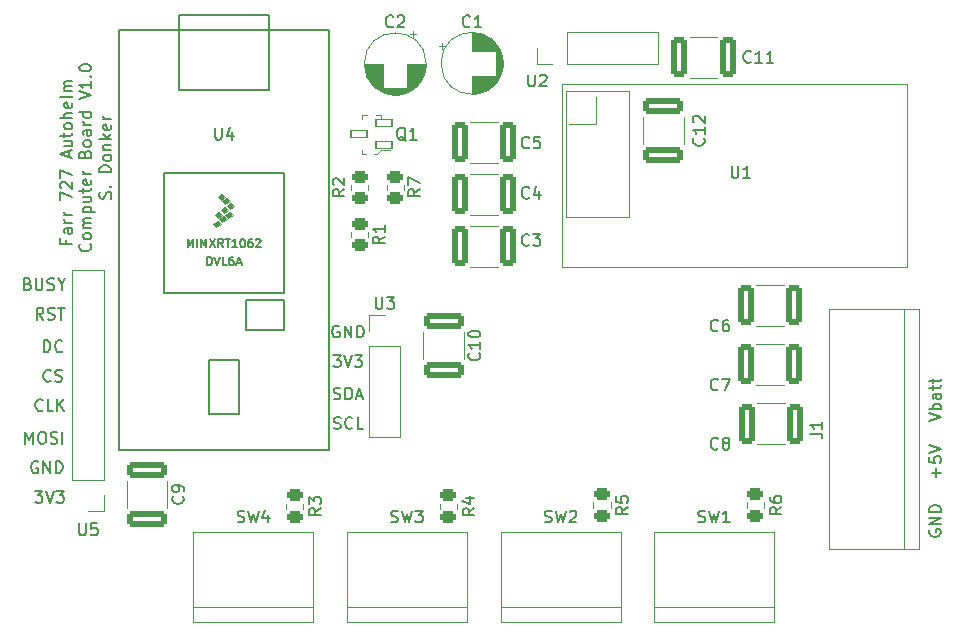
<source format=gto>
%TF.GenerationSoftware,KiCad,Pcbnew,(6.0.6)*%
%TF.CreationDate,2022-07-07T23:15:42-04:00*%
%TF.ProjectId,Autohelm_ControlPanel,4175746f-6865-46c6-9d5f-436f6e74726f,rev?*%
%TF.SameCoordinates,Original*%
%TF.FileFunction,Legend,Top*%
%TF.FilePolarity,Positive*%
%FSLAX46Y46*%
G04 Gerber Fmt 4.6, Leading zero omitted, Abs format (unit mm)*
G04 Created by KiCad (PCBNEW (6.0.6)) date 2022-07-07 23:15:42*
%MOMM*%
%LPD*%
G01*
G04 APERTURE LIST*
G04 Aperture macros list*
%AMRoundRect*
0 Rectangle with rounded corners*
0 $1 Rounding radius*
0 $2 $3 $4 $5 $6 $7 $8 $9 X,Y pos of 4 corners*
0 Add a 4 corners polygon primitive as box body*
4,1,4,$2,$3,$4,$5,$6,$7,$8,$9,$2,$3,0*
0 Add four circle primitives for the rounded corners*
1,1,$1+$1,$2,$3*
1,1,$1+$1,$4,$5*
1,1,$1+$1,$6,$7*
1,1,$1+$1,$8,$9*
0 Add four rect primitives between the rounded corners*
20,1,$1+$1,$2,$3,$4,$5,0*
20,1,$1+$1,$4,$5,$6,$7,0*
20,1,$1+$1,$6,$7,$8,$9,0*
20,1,$1+$1,$8,$9,$2,$3,0*%
G04 Aperture macros list end*
%ADD10C,0.150000*%
%ADD11C,0.120000*%
%ADD12C,0.100000*%
%ADD13RoundRect,0.250000X-0.450000X0.262500X-0.450000X-0.262500X0.450000X-0.262500X0.450000X0.262500X0*%
%ADD14RoundRect,0.070000X0.650000X0.300000X-0.650000X0.300000X-0.650000X-0.300000X0.650000X-0.300000X0*%
%ADD15R,1.700000X1.700000*%
%ADD16O,1.700000X1.700000*%
%ADD17RoundRect,0.249999X-0.450001X-1.450001X0.450001X-1.450001X0.450001X1.450001X-0.450001X1.450001X0*%
%ADD18RoundRect,0.250000X0.450000X-0.262500X0.450000X0.262500X-0.450000X0.262500X-0.450000X-0.262500X0*%
%ADD19R,3.000000X3.000000*%
%ADD20C,3.000000*%
%ADD21C,1.600000*%
%ADD22C,1.700000*%
%ADD23R,1.600000X1.600000*%
%ADD24RoundRect,0.249999X-1.450001X0.450001X-1.450001X-0.450001X1.450001X-0.450001X1.450001X0.450001X0*%
%ADD25RoundRect,0.249999X1.450001X-0.450001X1.450001X0.450001X-1.450001X0.450001X-1.450001X-0.450001X0*%
%ADD26RoundRect,0.249999X0.450001X1.450001X-0.450001X1.450001X-0.450001X-1.450001X0.450001X-1.450001X0*%
G04 APERTURE END LIST*
D10*
X101392857Y-88178571D02*
X101535714Y-88226190D01*
X101583333Y-88273809D01*
X101630952Y-88369047D01*
X101630952Y-88511904D01*
X101583333Y-88607142D01*
X101535714Y-88654761D01*
X101440476Y-88702380D01*
X101059523Y-88702380D01*
X101059523Y-87702380D01*
X101392857Y-87702380D01*
X101488095Y-87750000D01*
X101535714Y-87797619D01*
X101583333Y-87892857D01*
X101583333Y-87988095D01*
X101535714Y-88083333D01*
X101488095Y-88130952D01*
X101392857Y-88178571D01*
X101059523Y-88178571D01*
X102059523Y-87702380D02*
X102059523Y-88511904D01*
X102107142Y-88607142D01*
X102154761Y-88654761D01*
X102250000Y-88702380D01*
X102440476Y-88702380D01*
X102535714Y-88654761D01*
X102583333Y-88607142D01*
X102630952Y-88511904D01*
X102630952Y-87702380D01*
X103059523Y-88654761D02*
X103202380Y-88702380D01*
X103440476Y-88702380D01*
X103535714Y-88654761D01*
X103583333Y-88607142D01*
X103630952Y-88511904D01*
X103630952Y-88416666D01*
X103583333Y-88321428D01*
X103535714Y-88273809D01*
X103440476Y-88226190D01*
X103250000Y-88178571D01*
X103154761Y-88130952D01*
X103107142Y-88083333D01*
X103059523Y-87988095D01*
X103059523Y-87892857D01*
X103107142Y-87797619D01*
X103154761Y-87750000D01*
X103250000Y-87702380D01*
X103488095Y-87702380D01*
X103630952Y-87750000D01*
X104250000Y-88226190D02*
X104250000Y-88702380D01*
X103916666Y-87702380D02*
X104250000Y-88226190D01*
X104583333Y-87702380D01*
X102702380Y-91202380D02*
X102369047Y-90726190D01*
X102130952Y-91202380D02*
X102130952Y-90202380D01*
X102511904Y-90202380D01*
X102607142Y-90250000D01*
X102654761Y-90297619D01*
X102702380Y-90392857D01*
X102702380Y-90535714D01*
X102654761Y-90630952D01*
X102607142Y-90678571D01*
X102511904Y-90726190D01*
X102130952Y-90726190D01*
X103083333Y-91154761D02*
X103226190Y-91202380D01*
X103464285Y-91202380D01*
X103559523Y-91154761D01*
X103607142Y-91107142D01*
X103654761Y-91011904D01*
X103654761Y-90916666D01*
X103607142Y-90821428D01*
X103559523Y-90773809D01*
X103464285Y-90726190D01*
X103273809Y-90678571D01*
X103178571Y-90630952D01*
X103130952Y-90583333D01*
X103083333Y-90488095D01*
X103083333Y-90392857D01*
X103130952Y-90297619D01*
X103178571Y-90250000D01*
X103273809Y-90202380D01*
X103511904Y-90202380D01*
X103654761Y-90250000D01*
X103940476Y-90202380D02*
X104511904Y-90202380D01*
X104226190Y-91202380D02*
X104226190Y-90202380D01*
X102738095Y-93952380D02*
X102738095Y-92952380D01*
X102976190Y-92952380D01*
X103119047Y-93000000D01*
X103214285Y-93095238D01*
X103261904Y-93190476D01*
X103309523Y-93380952D01*
X103309523Y-93523809D01*
X103261904Y-93714285D01*
X103214285Y-93809523D01*
X103119047Y-93904761D01*
X102976190Y-93952380D01*
X102738095Y-93952380D01*
X104309523Y-93857142D02*
X104261904Y-93904761D01*
X104119047Y-93952380D01*
X104023809Y-93952380D01*
X103880952Y-93904761D01*
X103785714Y-93809523D01*
X103738095Y-93714285D01*
X103690476Y-93523809D01*
X103690476Y-93380952D01*
X103738095Y-93190476D01*
X103785714Y-93095238D01*
X103880952Y-93000000D01*
X104023809Y-92952380D01*
X104119047Y-92952380D01*
X104261904Y-93000000D01*
X104309523Y-93047619D01*
X103333333Y-96357142D02*
X103285714Y-96404761D01*
X103142857Y-96452380D01*
X103047619Y-96452380D01*
X102904761Y-96404761D01*
X102809523Y-96309523D01*
X102761904Y-96214285D01*
X102714285Y-96023809D01*
X102714285Y-95880952D01*
X102761904Y-95690476D01*
X102809523Y-95595238D01*
X102904761Y-95500000D01*
X103047619Y-95452380D01*
X103142857Y-95452380D01*
X103285714Y-95500000D01*
X103333333Y-95547619D01*
X103714285Y-96404761D02*
X103857142Y-96452380D01*
X104095238Y-96452380D01*
X104190476Y-96404761D01*
X104238095Y-96357142D01*
X104285714Y-96261904D01*
X104285714Y-96166666D01*
X104238095Y-96071428D01*
X104190476Y-96023809D01*
X104095238Y-95976190D01*
X103904761Y-95928571D01*
X103809523Y-95880952D01*
X103761904Y-95833333D01*
X103714285Y-95738095D01*
X103714285Y-95642857D01*
X103761904Y-95547619D01*
X103809523Y-95500000D01*
X103904761Y-95452380D01*
X104142857Y-95452380D01*
X104285714Y-95500000D01*
X102654761Y-98857142D02*
X102607142Y-98904761D01*
X102464285Y-98952380D01*
X102369047Y-98952380D01*
X102226190Y-98904761D01*
X102130952Y-98809523D01*
X102083333Y-98714285D01*
X102035714Y-98523809D01*
X102035714Y-98380952D01*
X102083333Y-98190476D01*
X102130952Y-98095238D01*
X102226190Y-98000000D01*
X102369047Y-97952380D01*
X102464285Y-97952380D01*
X102607142Y-98000000D01*
X102654761Y-98047619D01*
X103559523Y-98952380D02*
X103083333Y-98952380D01*
X103083333Y-97952380D01*
X103892857Y-98952380D02*
X103892857Y-97952380D01*
X104464285Y-98952380D02*
X104035714Y-98380952D01*
X104464285Y-97952380D02*
X103892857Y-98523809D01*
X101178571Y-101702380D02*
X101178571Y-100702380D01*
X101511904Y-101416666D01*
X101845238Y-100702380D01*
X101845238Y-101702380D01*
X102511904Y-100702380D02*
X102702380Y-100702380D01*
X102797619Y-100750000D01*
X102892857Y-100845238D01*
X102940476Y-101035714D01*
X102940476Y-101369047D01*
X102892857Y-101559523D01*
X102797619Y-101654761D01*
X102702380Y-101702380D01*
X102511904Y-101702380D01*
X102416666Y-101654761D01*
X102321428Y-101559523D01*
X102273809Y-101369047D01*
X102273809Y-101035714D01*
X102321428Y-100845238D01*
X102416666Y-100750000D01*
X102511904Y-100702380D01*
X103321428Y-101654761D02*
X103464285Y-101702380D01*
X103702380Y-101702380D01*
X103797619Y-101654761D01*
X103845238Y-101607142D01*
X103892857Y-101511904D01*
X103892857Y-101416666D01*
X103845238Y-101321428D01*
X103797619Y-101273809D01*
X103702380Y-101226190D01*
X103511904Y-101178571D01*
X103416666Y-101130952D01*
X103369047Y-101083333D01*
X103321428Y-100988095D01*
X103321428Y-100892857D01*
X103369047Y-100797619D01*
X103416666Y-100750000D01*
X103511904Y-100702380D01*
X103750000Y-100702380D01*
X103892857Y-100750000D01*
X104321428Y-101702380D02*
X104321428Y-100702380D01*
X102238095Y-103250000D02*
X102142857Y-103202380D01*
X102000000Y-103202380D01*
X101857142Y-103250000D01*
X101761904Y-103345238D01*
X101714285Y-103440476D01*
X101666666Y-103630952D01*
X101666666Y-103773809D01*
X101714285Y-103964285D01*
X101761904Y-104059523D01*
X101857142Y-104154761D01*
X102000000Y-104202380D01*
X102095238Y-104202380D01*
X102238095Y-104154761D01*
X102285714Y-104107142D01*
X102285714Y-103773809D01*
X102095238Y-103773809D01*
X102714285Y-104202380D02*
X102714285Y-103202380D01*
X103285714Y-104202380D01*
X103285714Y-103202380D01*
X103761904Y-104202380D02*
X103761904Y-103202380D01*
X104000000Y-103202380D01*
X104142857Y-103250000D01*
X104238095Y-103345238D01*
X104285714Y-103440476D01*
X104333333Y-103630952D01*
X104333333Y-103773809D01*
X104285714Y-103964285D01*
X104238095Y-104059523D01*
X104142857Y-104154761D01*
X104000000Y-104202380D01*
X103761904Y-104202380D01*
X102011904Y-105702380D02*
X102630952Y-105702380D01*
X102297619Y-106083333D01*
X102440476Y-106083333D01*
X102535714Y-106130952D01*
X102583333Y-106178571D01*
X102630952Y-106273809D01*
X102630952Y-106511904D01*
X102583333Y-106607142D01*
X102535714Y-106654761D01*
X102440476Y-106702380D01*
X102154761Y-106702380D01*
X102059523Y-106654761D01*
X102011904Y-106607142D01*
X102916666Y-105702380D02*
X103250000Y-106702380D01*
X103583333Y-105702380D01*
X103821428Y-105702380D02*
X104440476Y-105702380D01*
X104107142Y-106083333D01*
X104250000Y-106083333D01*
X104345238Y-106130952D01*
X104392857Y-106178571D01*
X104440476Y-106273809D01*
X104440476Y-106511904D01*
X104392857Y-106607142D01*
X104345238Y-106654761D01*
X104250000Y-106702380D01*
X103964285Y-106702380D01*
X103869047Y-106654761D01*
X103821428Y-106607142D01*
X127738095Y-91750000D02*
X127642857Y-91702380D01*
X127500000Y-91702380D01*
X127357142Y-91750000D01*
X127261904Y-91845238D01*
X127214285Y-91940476D01*
X127166666Y-92130952D01*
X127166666Y-92273809D01*
X127214285Y-92464285D01*
X127261904Y-92559523D01*
X127357142Y-92654761D01*
X127500000Y-92702380D01*
X127595238Y-92702380D01*
X127738095Y-92654761D01*
X127785714Y-92607142D01*
X127785714Y-92273809D01*
X127595238Y-92273809D01*
X128214285Y-92702380D02*
X128214285Y-91702380D01*
X128785714Y-92702380D01*
X128785714Y-91702380D01*
X129261904Y-92702380D02*
X129261904Y-91702380D01*
X129500000Y-91702380D01*
X129642857Y-91750000D01*
X129738095Y-91845238D01*
X129785714Y-91940476D01*
X129833333Y-92130952D01*
X129833333Y-92273809D01*
X129785714Y-92464285D01*
X129738095Y-92559523D01*
X129642857Y-92654761D01*
X129500000Y-92702380D01*
X129261904Y-92702380D01*
X127261904Y-94202380D02*
X127880952Y-94202380D01*
X127547619Y-94583333D01*
X127690476Y-94583333D01*
X127785714Y-94630952D01*
X127833333Y-94678571D01*
X127880952Y-94773809D01*
X127880952Y-95011904D01*
X127833333Y-95107142D01*
X127785714Y-95154761D01*
X127690476Y-95202380D01*
X127404761Y-95202380D01*
X127309523Y-95154761D01*
X127261904Y-95107142D01*
X128166666Y-94202380D02*
X128500000Y-95202380D01*
X128833333Y-94202380D01*
X129071428Y-94202380D02*
X129690476Y-94202380D01*
X129357142Y-94583333D01*
X129500000Y-94583333D01*
X129595238Y-94630952D01*
X129642857Y-94678571D01*
X129690476Y-94773809D01*
X129690476Y-95011904D01*
X129642857Y-95107142D01*
X129595238Y-95154761D01*
X129500000Y-95202380D01*
X129214285Y-95202380D01*
X129119047Y-95154761D01*
X129071428Y-95107142D01*
X127285714Y-97904761D02*
X127428571Y-97952380D01*
X127666666Y-97952380D01*
X127761904Y-97904761D01*
X127809523Y-97857142D01*
X127857142Y-97761904D01*
X127857142Y-97666666D01*
X127809523Y-97571428D01*
X127761904Y-97523809D01*
X127666666Y-97476190D01*
X127476190Y-97428571D01*
X127380952Y-97380952D01*
X127333333Y-97333333D01*
X127285714Y-97238095D01*
X127285714Y-97142857D01*
X127333333Y-97047619D01*
X127380952Y-97000000D01*
X127476190Y-96952380D01*
X127714285Y-96952380D01*
X127857142Y-97000000D01*
X128285714Y-97952380D02*
X128285714Y-96952380D01*
X128523809Y-96952380D01*
X128666666Y-97000000D01*
X128761904Y-97095238D01*
X128809523Y-97190476D01*
X128857142Y-97380952D01*
X128857142Y-97523809D01*
X128809523Y-97714285D01*
X128761904Y-97809523D01*
X128666666Y-97904761D01*
X128523809Y-97952380D01*
X128285714Y-97952380D01*
X129238095Y-97666666D02*
X129714285Y-97666666D01*
X129142857Y-97952380D02*
X129476190Y-96952380D01*
X129809523Y-97952380D01*
X127309523Y-100404761D02*
X127452380Y-100452380D01*
X127690476Y-100452380D01*
X127785714Y-100404761D01*
X127833333Y-100357142D01*
X127880952Y-100261904D01*
X127880952Y-100166666D01*
X127833333Y-100071428D01*
X127785714Y-100023809D01*
X127690476Y-99976190D01*
X127500000Y-99928571D01*
X127404761Y-99880952D01*
X127357142Y-99833333D01*
X127309523Y-99738095D01*
X127309523Y-99642857D01*
X127357142Y-99547619D01*
X127404761Y-99500000D01*
X127500000Y-99452380D01*
X127738095Y-99452380D01*
X127880952Y-99500000D01*
X128880952Y-100357142D02*
X128833333Y-100404761D01*
X128690476Y-100452380D01*
X128595238Y-100452380D01*
X128452380Y-100404761D01*
X128357142Y-100309523D01*
X128309523Y-100214285D01*
X128261904Y-100023809D01*
X128261904Y-99880952D01*
X128309523Y-99690476D01*
X128357142Y-99595238D01*
X128452380Y-99500000D01*
X128595238Y-99452380D01*
X128690476Y-99452380D01*
X128833333Y-99500000D01*
X128880952Y-99547619D01*
X129785714Y-100452380D02*
X129309523Y-100452380D01*
X129309523Y-99452380D01*
X177702380Y-99809523D02*
X178702380Y-99476190D01*
X177702380Y-99142857D01*
X178702380Y-98809523D02*
X177702380Y-98809523D01*
X178083333Y-98809523D02*
X178035714Y-98714285D01*
X178035714Y-98523809D01*
X178083333Y-98428571D01*
X178130952Y-98380952D01*
X178226190Y-98333333D01*
X178511904Y-98333333D01*
X178607142Y-98380952D01*
X178654761Y-98428571D01*
X178702380Y-98523809D01*
X178702380Y-98714285D01*
X178654761Y-98809523D01*
X178702380Y-97476190D02*
X178178571Y-97476190D01*
X178083333Y-97523809D01*
X178035714Y-97619047D01*
X178035714Y-97809523D01*
X178083333Y-97904761D01*
X178654761Y-97476190D02*
X178702380Y-97571428D01*
X178702380Y-97809523D01*
X178654761Y-97904761D01*
X178559523Y-97952380D01*
X178464285Y-97952380D01*
X178369047Y-97904761D01*
X178321428Y-97809523D01*
X178321428Y-97571428D01*
X178273809Y-97476190D01*
X178035714Y-97142857D02*
X178035714Y-96761904D01*
X177702380Y-97000000D02*
X178559523Y-97000000D01*
X178654761Y-96952380D01*
X178702380Y-96857142D01*
X178702380Y-96761904D01*
X178035714Y-96571428D02*
X178035714Y-96190476D01*
X177702380Y-96428571D02*
X178559523Y-96428571D01*
X178654761Y-96380952D01*
X178702380Y-96285714D01*
X178702380Y-96190476D01*
X178321428Y-104535714D02*
X178321428Y-103773809D01*
X178702380Y-104154761D02*
X177940476Y-104154761D01*
X177702380Y-102821428D02*
X177702380Y-103297619D01*
X178178571Y-103345238D01*
X178130952Y-103297619D01*
X178083333Y-103202380D01*
X178083333Y-102964285D01*
X178130952Y-102869047D01*
X178178571Y-102821428D01*
X178273809Y-102773809D01*
X178511904Y-102773809D01*
X178607142Y-102821428D01*
X178654761Y-102869047D01*
X178702380Y-102964285D01*
X178702380Y-103202380D01*
X178654761Y-103297619D01*
X178607142Y-103345238D01*
X177702380Y-102488095D02*
X178702380Y-102154761D01*
X177702380Y-101821428D01*
X177750000Y-109011904D02*
X177702380Y-109107142D01*
X177702380Y-109250000D01*
X177750000Y-109392857D01*
X177845238Y-109488095D01*
X177940476Y-109535714D01*
X178130952Y-109583333D01*
X178273809Y-109583333D01*
X178464285Y-109535714D01*
X178559523Y-109488095D01*
X178654761Y-109392857D01*
X178702380Y-109250000D01*
X178702380Y-109154761D01*
X178654761Y-109011904D01*
X178607142Y-108964285D01*
X178273809Y-108964285D01*
X178273809Y-109154761D01*
X178702380Y-108535714D02*
X177702380Y-108535714D01*
X178702380Y-107964285D01*
X177702380Y-107964285D01*
X178702380Y-107488095D02*
X177702380Y-107488095D01*
X177702380Y-107250000D01*
X177750000Y-107107142D01*
X177845238Y-107011904D01*
X177940476Y-106964285D01*
X178130952Y-106916666D01*
X178273809Y-106916666D01*
X178464285Y-106964285D01*
X178559523Y-107011904D01*
X178654761Y-107107142D01*
X178702380Y-107250000D01*
X178702380Y-107488095D01*
X104623571Y-84428571D02*
X104623571Y-84761904D01*
X105147380Y-84761904D02*
X104147380Y-84761904D01*
X104147380Y-84285714D01*
X105147380Y-83476190D02*
X104623571Y-83476190D01*
X104528333Y-83523809D01*
X104480714Y-83619047D01*
X104480714Y-83809523D01*
X104528333Y-83904761D01*
X105099761Y-83476190D02*
X105147380Y-83571428D01*
X105147380Y-83809523D01*
X105099761Y-83904761D01*
X105004523Y-83952380D01*
X104909285Y-83952380D01*
X104814047Y-83904761D01*
X104766428Y-83809523D01*
X104766428Y-83571428D01*
X104718809Y-83476190D01*
X105147380Y-83000000D02*
X104480714Y-83000000D01*
X104671190Y-83000000D02*
X104575952Y-82952380D01*
X104528333Y-82904761D01*
X104480714Y-82809523D01*
X104480714Y-82714285D01*
X105147380Y-82380952D02*
X104480714Y-82380952D01*
X104671190Y-82380952D02*
X104575952Y-82333333D01*
X104528333Y-82285714D01*
X104480714Y-82190476D01*
X104480714Y-82095238D01*
X104147380Y-81095238D02*
X104147380Y-80428571D01*
X105147380Y-80857142D01*
X104242619Y-80095238D02*
X104195000Y-80047619D01*
X104147380Y-79952380D01*
X104147380Y-79714285D01*
X104195000Y-79619047D01*
X104242619Y-79571428D01*
X104337857Y-79523809D01*
X104433095Y-79523809D01*
X104575952Y-79571428D01*
X105147380Y-80142857D01*
X105147380Y-79523809D01*
X104147380Y-79190476D02*
X104147380Y-78523809D01*
X105147380Y-78952380D01*
X104861666Y-77428571D02*
X104861666Y-76952380D01*
X105147380Y-77523809D02*
X104147380Y-77190476D01*
X105147380Y-76857142D01*
X104480714Y-76095238D02*
X105147380Y-76095238D01*
X104480714Y-76523809D02*
X105004523Y-76523809D01*
X105099761Y-76476190D01*
X105147380Y-76380952D01*
X105147380Y-76238095D01*
X105099761Y-76142857D01*
X105052142Y-76095238D01*
X104480714Y-75761904D02*
X104480714Y-75380952D01*
X104147380Y-75619047D02*
X105004523Y-75619047D01*
X105099761Y-75571428D01*
X105147380Y-75476190D01*
X105147380Y-75380952D01*
X105147380Y-74904761D02*
X105099761Y-75000000D01*
X105052142Y-75047619D01*
X104956904Y-75095238D01*
X104671190Y-75095238D01*
X104575952Y-75047619D01*
X104528333Y-75000000D01*
X104480714Y-74904761D01*
X104480714Y-74761904D01*
X104528333Y-74666666D01*
X104575952Y-74619047D01*
X104671190Y-74571428D01*
X104956904Y-74571428D01*
X105052142Y-74619047D01*
X105099761Y-74666666D01*
X105147380Y-74761904D01*
X105147380Y-74904761D01*
X105147380Y-74142857D02*
X104147380Y-74142857D01*
X105147380Y-73714285D02*
X104623571Y-73714285D01*
X104528333Y-73761904D01*
X104480714Y-73857142D01*
X104480714Y-74000000D01*
X104528333Y-74095238D01*
X104575952Y-74142857D01*
X105099761Y-72857142D02*
X105147380Y-72952380D01*
X105147380Y-73142857D01*
X105099761Y-73238095D01*
X105004523Y-73285714D01*
X104623571Y-73285714D01*
X104528333Y-73238095D01*
X104480714Y-73142857D01*
X104480714Y-72952380D01*
X104528333Y-72857142D01*
X104623571Y-72809523D01*
X104718809Y-72809523D01*
X104814047Y-73285714D01*
X105147380Y-72238095D02*
X105099761Y-72333333D01*
X105004523Y-72380952D01*
X104147380Y-72380952D01*
X105147380Y-71857142D02*
X104480714Y-71857142D01*
X104575952Y-71857142D02*
X104528333Y-71809523D01*
X104480714Y-71714285D01*
X104480714Y-71571428D01*
X104528333Y-71476190D01*
X104623571Y-71428571D01*
X105147380Y-71428571D01*
X104623571Y-71428571D02*
X104528333Y-71380952D01*
X104480714Y-71285714D01*
X104480714Y-71142857D01*
X104528333Y-71047619D01*
X104623571Y-71000000D01*
X105147380Y-71000000D01*
X106662142Y-84785714D02*
X106709761Y-84833333D01*
X106757380Y-84976190D01*
X106757380Y-85071428D01*
X106709761Y-85214285D01*
X106614523Y-85309523D01*
X106519285Y-85357142D01*
X106328809Y-85404761D01*
X106185952Y-85404761D01*
X105995476Y-85357142D01*
X105900238Y-85309523D01*
X105805000Y-85214285D01*
X105757380Y-85071428D01*
X105757380Y-84976190D01*
X105805000Y-84833333D01*
X105852619Y-84785714D01*
X106757380Y-84214285D02*
X106709761Y-84309523D01*
X106662142Y-84357142D01*
X106566904Y-84404761D01*
X106281190Y-84404761D01*
X106185952Y-84357142D01*
X106138333Y-84309523D01*
X106090714Y-84214285D01*
X106090714Y-84071428D01*
X106138333Y-83976190D01*
X106185952Y-83928571D01*
X106281190Y-83880952D01*
X106566904Y-83880952D01*
X106662142Y-83928571D01*
X106709761Y-83976190D01*
X106757380Y-84071428D01*
X106757380Y-84214285D01*
X106757380Y-83452380D02*
X106090714Y-83452380D01*
X106185952Y-83452380D02*
X106138333Y-83404761D01*
X106090714Y-83309523D01*
X106090714Y-83166666D01*
X106138333Y-83071428D01*
X106233571Y-83023809D01*
X106757380Y-83023809D01*
X106233571Y-83023809D02*
X106138333Y-82976190D01*
X106090714Y-82880952D01*
X106090714Y-82738095D01*
X106138333Y-82642857D01*
X106233571Y-82595238D01*
X106757380Y-82595238D01*
X106090714Y-82119047D02*
X107090714Y-82119047D01*
X106138333Y-82119047D02*
X106090714Y-82023809D01*
X106090714Y-81833333D01*
X106138333Y-81738095D01*
X106185952Y-81690476D01*
X106281190Y-81642857D01*
X106566904Y-81642857D01*
X106662142Y-81690476D01*
X106709761Y-81738095D01*
X106757380Y-81833333D01*
X106757380Y-82023809D01*
X106709761Y-82119047D01*
X106090714Y-80785714D02*
X106757380Y-80785714D01*
X106090714Y-81214285D02*
X106614523Y-81214285D01*
X106709761Y-81166666D01*
X106757380Y-81071428D01*
X106757380Y-80928571D01*
X106709761Y-80833333D01*
X106662142Y-80785714D01*
X106090714Y-80452380D02*
X106090714Y-80071428D01*
X105757380Y-80309523D02*
X106614523Y-80309523D01*
X106709761Y-80261904D01*
X106757380Y-80166666D01*
X106757380Y-80071428D01*
X106709761Y-79357142D02*
X106757380Y-79452380D01*
X106757380Y-79642857D01*
X106709761Y-79738095D01*
X106614523Y-79785714D01*
X106233571Y-79785714D01*
X106138333Y-79738095D01*
X106090714Y-79642857D01*
X106090714Y-79452380D01*
X106138333Y-79357142D01*
X106233571Y-79309523D01*
X106328809Y-79309523D01*
X106424047Y-79785714D01*
X106757380Y-78880952D02*
X106090714Y-78880952D01*
X106281190Y-78880952D02*
X106185952Y-78833333D01*
X106138333Y-78785714D01*
X106090714Y-78690476D01*
X106090714Y-78595238D01*
X106233571Y-77166666D02*
X106281190Y-77023809D01*
X106328809Y-76976190D01*
X106424047Y-76928571D01*
X106566904Y-76928571D01*
X106662142Y-76976190D01*
X106709761Y-77023809D01*
X106757380Y-77119047D01*
X106757380Y-77500000D01*
X105757380Y-77500000D01*
X105757380Y-77166666D01*
X105805000Y-77071428D01*
X105852619Y-77023809D01*
X105947857Y-76976190D01*
X106043095Y-76976190D01*
X106138333Y-77023809D01*
X106185952Y-77071428D01*
X106233571Y-77166666D01*
X106233571Y-77500000D01*
X106757380Y-76357142D02*
X106709761Y-76452380D01*
X106662142Y-76500000D01*
X106566904Y-76547619D01*
X106281190Y-76547619D01*
X106185952Y-76500000D01*
X106138333Y-76452380D01*
X106090714Y-76357142D01*
X106090714Y-76214285D01*
X106138333Y-76119047D01*
X106185952Y-76071428D01*
X106281190Y-76023809D01*
X106566904Y-76023809D01*
X106662142Y-76071428D01*
X106709761Y-76119047D01*
X106757380Y-76214285D01*
X106757380Y-76357142D01*
X106757380Y-75166666D02*
X106233571Y-75166666D01*
X106138333Y-75214285D01*
X106090714Y-75309523D01*
X106090714Y-75500000D01*
X106138333Y-75595238D01*
X106709761Y-75166666D02*
X106757380Y-75261904D01*
X106757380Y-75500000D01*
X106709761Y-75595238D01*
X106614523Y-75642857D01*
X106519285Y-75642857D01*
X106424047Y-75595238D01*
X106376428Y-75500000D01*
X106376428Y-75261904D01*
X106328809Y-75166666D01*
X106757380Y-74690476D02*
X106090714Y-74690476D01*
X106281190Y-74690476D02*
X106185952Y-74642857D01*
X106138333Y-74595238D01*
X106090714Y-74500000D01*
X106090714Y-74404761D01*
X106757380Y-73642857D02*
X105757380Y-73642857D01*
X106709761Y-73642857D02*
X106757380Y-73738095D01*
X106757380Y-73928571D01*
X106709761Y-74023809D01*
X106662142Y-74071428D01*
X106566904Y-74119047D01*
X106281190Y-74119047D01*
X106185952Y-74071428D01*
X106138333Y-74023809D01*
X106090714Y-73928571D01*
X106090714Y-73738095D01*
X106138333Y-73642857D01*
X105757380Y-72547619D02*
X106757380Y-72214285D01*
X105757380Y-71880952D01*
X106757380Y-71023809D02*
X106757380Y-71595238D01*
X106757380Y-71309523D02*
X105757380Y-71309523D01*
X105900238Y-71404761D01*
X105995476Y-71500000D01*
X106043095Y-71595238D01*
X106662142Y-70595238D02*
X106709761Y-70547619D01*
X106757380Y-70595238D01*
X106709761Y-70642857D01*
X106662142Y-70595238D01*
X106757380Y-70595238D01*
X105757380Y-69928571D02*
X105757380Y-69833333D01*
X105805000Y-69738095D01*
X105852619Y-69690476D01*
X105947857Y-69642857D01*
X106138333Y-69595238D01*
X106376428Y-69595238D01*
X106566904Y-69642857D01*
X106662142Y-69690476D01*
X106709761Y-69738095D01*
X106757380Y-69833333D01*
X106757380Y-69928571D01*
X106709761Y-70023809D01*
X106662142Y-70071428D01*
X106566904Y-70119047D01*
X106376428Y-70166666D01*
X106138333Y-70166666D01*
X105947857Y-70119047D01*
X105852619Y-70071428D01*
X105805000Y-70023809D01*
X105757380Y-69928571D01*
X108404761Y-80952380D02*
X108452380Y-80809523D01*
X108452380Y-80571428D01*
X108404761Y-80476190D01*
X108357142Y-80428571D01*
X108261904Y-80380952D01*
X108166666Y-80380952D01*
X108071428Y-80428571D01*
X108023809Y-80476190D01*
X107976190Y-80571428D01*
X107928571Y-80761904D01*
X107880952Y-80857142D01*
X107833333Y-80904761D01*
X107738095Y-80952380D01*
X107642857Y-80952380D01*
X107547619Y-80904761D01*
X107500000Y-80857142D01*
X107452380Y-80761904D01*
X107452380Y-80523809D01*
X107500000Y-80380952D01*
X108357142Y-79952380D02*
X108404761Y-79904761D01*
X108452380Y-79952380D01*
X108404761Y-80000000D01*
X108357142Y-79952380D01*
X108452380Y-79952380D01*
X108452380Y-78714285D02*
X107452380Y-78714285D01*
X107452380Y-78476190D01*
X107500000Y-78333333D01*
X107595238Y-78238095D01*
X107690476Y-78190476D01*
X107880952Y-78142857D01*
X108023809Y-78142857D01*
X108214285Y-78190476D01*
X108309523Y-78238095D01*
X108404761Y-78333333D01*
X108452380Y-78476190D01*
X108452380Y-78714285D01*
X108452380Y-77571428D02*
X108404761Y-77666666D01*
X108357142Y-77714285D01*
X108261904Y-77761904D01*
X107976190Y-77761904D01*
X107880952Y-77714285D01*
X107833333Y-77666666D01*
X107785714Y-77571428D01*
X107785714Y-77428571D01*
X107833333Y-77333333D01*
X107880952Y-77285714D01*
X107976190Y-77238095D01*
X108261904Y-77238095D01*
X108357142Y-77285714D01*
X108404761Y-77333333D01*
X108452380Y-77428571D01*
X108452380Y-77571428D01*
X107785714Y-76809523D02*
X108452380Y-76809523D01*
X107880952Y-76809523D02*
X107833333Y-76761904D01*
X107785714Y-76666666D01*
X107785714Y-76523809D01*
X107833333Y-76428571D01*
X107928571Y-76380952D01*
X108452380Y-76380952D01*
X108452380Y-75904761D02*
X107452380Y-75904761D01*
X108071428Y-75809523D02*
X108452380Y-75523809D01*
X107785714Y-75523809D02*
X108166666Y-75904761D01*
X108404761Y-74714285D02*
X108452380Y-74809523D01*
X108452380Y-75000000D01*
X108404761Y-75095238D01*
X108309523Y-75142857D01*
X107928571Y-75142857D01*
X107833333Y-75095238D01*
X107785714Y-75000000D01*
X107785714Y-74809523D01*
X107833333Y-74714285D01*
X107928571Y-74666666D01*
X108023809Y-74666666D01*
X108119047Y-75142857D01*
X108452380Y-74238095D02*
X107785714Y-74238095D01*
X107976190Y-74238095D02*
X107880952Y-74190476D01*
X107833333Y-74142857D01*
X107785714Y-74047619D01*
X107785714Y-73952380D01*
%TO.C,R7*%
X134602380Y-80166666D02*
X134126190Y-80500000D01*
X134602380Y-80738095D02*
X133602380Y-80738095D01*
X133602380Y-80357142D01*
X133650000Y-80261904D01*
X133697619Y-80214285D01*
X133792857Y-80166666D01*
X133935714Y-80166666D01*
X134030952Y-80214285D01*
X134078571Y-80261904D01*
X134126190Y-80357142D01*
X134126190Y-80738095D01*
X133602380Y-79833333D02*
X133602380Y-79166666D01*
X134602380Y-79595238D01*
%TO.C,Q1*%
X133404761Y-76047619D02*
X133309523Y-76000000D01*
X133214285Y-75904761D01*
X133071428Y-75761904D01*
X132976190Y-75714285D01*
X132880952Y-75714285D01*
X132928571Y-75952380D02*
X132833333Y-75904761D01*
X132738095Y-75809523D01*
X132690476Y-75619047D01*
X132690476Y-75285714D01*
X132738095Y-75095238D01*
X132833333Y-75000000D01*
X132928571Y-74952380D01*
X133119047Y-74952380D01*
X133214285Y-75000000D01*
X133309523Y-75095238D01*
X133357142Y-75285714D01*
X133357142Y-75619047D01*
X133309523Y-75809523D01*
X133214285Y-75904761D01*
X133119047Y-75952380D01*
X132928571Y-75952380D01*
X134309523Y-75952380D02*
X133738095Y-75952380D01*
X134023809Y-75952380D02*
X134023809Y-74952380D01*
X133928571Y-75095238D01*
X133833333Y-75190476D01*
X133738095Y-75238095D01*
%TO.C,U3*%
X130838095Y-89282380D02*
X130838095Y-90091904D01*
X130885714Y-90187142D01*
X130933333Y-90234761D01*
X131028571Y-90282380D01*
X131219047Y-90282380D01*
X131314285Y-90234761D01*
X131361904Y-90187142D01*
X131409523Y-90091904D01*
X131409523Y-89282380D01*
X131790476Y-89282380D02*
X132409523Y-89282380D01*
X132076190Y-89663333D01*
X132219047Y-89663333D01*
X132314285Y-89710952D01*
X132361904Y-89758571D01*
X132409523Y-89853809D01*
X132409523Y-90091904D01*
X132361904Y-90187142D01*
X132314285Y-90234761D01*
X132219047Y-90282380D01*
X131933333Y-90282380D01*
X131838095Y-90234761D01*
X131790476Y-90187142D01*
%TO.C,C8*%
X159833333Y-102107142D02*
X159785714Y-102154761D01*
X159642857Y-102202380D01*
X159547619Y-102202380D01*
X159404761Y-102154761D01*
X159309523Y-102059523D01*
X159261904Y-101964285D01*
X159214285Y-101773809D01*
X159214285Y-101630952D01*
X159261904Y-101440476D01*
X159309523Y-101345238D01*
X159404761Y-101250000D01*
X159547619Y-101202380D01*
X159642857Y-101202380D01*
X159785714Y-101250000D01*
X159833333Y-101297619D01*
X160404761Y-101630952D02*
X160309523Y-101583333D01*
X160261904Y-101535714D01*
X160214285Y-101440476D01*
X160214285Y-101392857D01*
X160261904Y-101297619D01*
X160309523Y-101250000D01*
X160404761Y-101202380D01*
X160595238Y-101202380D01*
X160690476Y-101250000D01*
X160738095Y-101297619D01*
X160785714Y-101392857D01*
X160785714Y-101440476D01*
X160738095Y-101535714D01*
X160690476Y-101583333D01*
X160595238Y-101630952D01*
X160404761Y-101630952D01*
X160309523Y-101678571D01*
X160261904Y-101726190D01*
X160214285Y-101821428D01*
X160214285Y-102011904D01*
X160261904Y-102107142D01*
X160309523Y-102154761D01*
X160404761Y-102202380D01*
X160595238Y-102202380D01*
X160690476Y-102154761D01*
X160738095Y-102107142D01*
X160785714Y-102011904D01*
X160785714Y-101821428D01*
X160738095Y-101726190D01*
X160690476Y-101678571D01*
X160595238Y-101630952D01*
%TO.C,R6*%
X165202380Y-107079166D02*
X164726190Y-107412500D01*
X165202380Y-107650595D02*
X164202380Y-107650595D01*
X164202380Y-107269642D01*
X164250000Y-107174404D01*
X164297619Y-107126785D01*
X164392857Y-107079166D01*
X164535714Y-107079166D01*
X164630952Y-107126785D01*
X164678571Y-107174404D01*
X164726190Y-107269642D01*
X164726190Y-107650595D01*
X164202380Y-106222023D02*
X164202380Y-106412500D01*
X164250000Y-106507738D01*
X164297619Y-106555357D01*
X164440476Y-106650595D01*
X164630952Y-106698214D01*
X165011904Y-106698214D01*
X165107142Y-106650595D01*
X165154761Y-106602976D01*
X165202380Y-106507738D01*
X165202380Y-106317261D01*
X165154761Y-106222023D01*
X165107142Y-106174404D01*
X165011904Y-106126785D01*
X164773809Y-106126785D01*
X164678571Y-106174404D01*
X164630952Y-106222023D01*
X164583333Y-106317261D01*
X164583333Y-106507738D01*
X164630952Y-106602976D01*
X164678571Y-106650595D01*
X164773809Y-106698214D01*
%TO.C,J1*%
X167652380Y-100853333D02*
X168366666Y-100853333D01*
X168509523Y-100900952D01*
X168604761Y-100996190D01*
X168652380Y-101139047D01*
X168652380Y-101234285D01*
X168652380Y-99853333D02*
X168652380Y-100424761D01*
X168652380Y-100139047D02*
X167652380Y-100139047D01*
X167795238Y-100234285D01*
X167890476Y-100329523D01*
X167938095Y-100424761D01*
%TO.C,U4*%
X117238095Y-74952380D02*
X117238095Y-75761904D01*
X117285714Y-75857142D01*
X117333333Y-75904761D01*
X117428571Y-75952380D01*
X117619047Y-75952380D01*
X117714285Y-75904761D01*
X117761904Y-75857142D01*
X117809523Y-75761904D01*
X117809523Y-74952380D01*
X118714285Y-75285714D02*
X118714285Y-75952380D01*
X118476190Y-74904761D02*
X118238095Y-75619047D01*
X118857142Y-75619047D01*
X116600000Y-86594666D02*
X116600000Y-85894666D01*
X116766666Y-85894666D01*
X116866666Y-85928000D01*
X116933333Y-85994666D01*
X116966666Y-86061333D01*
X117000000Y-86194666D01*
X117000000Y-86294666D01*
X116966666Y-86428000D01*
X116933333Y-86494666D01*
X116866666Y-86561333D01*
X116766666Y-86594666D01*
X116600000Y-86594666D01*
X117200000Y-85894666D02*
X117433333Y-86594666D01*
X117666666Y-85894666D01*
X118233333Y-86594666D02*
X117900000Y-86594666D01*
X117900000Y-85894666D01*
X118766666Y-85894666D02*
X118633333Y-85894666D01*
X118566666Y-85928000D01*
X118533333Y-85961333D01*
X118466666Y-86061333D01*
X118433333Y-86194666D01*
X118433333Y-86461333D01*
X118466666Y-86528000D01*
X118500000Y-86561333D01*
X118566666Y-86594666D01*
X118700000Y-86594666D01*
X118766666Y-86561333D01*
X118800000Y-86528000D01*
X118833333Y-86461333D01*
X118833333Y-86294666D01*
X118800000Y-86228000D01*
X118766666Y-86194666D01*
X118700000Y-86161333D01*
X118566666Y-86161333D01*
X118500000Y-86194666D01*
X118466666Y-86228000D01*
X118433333Y-86294666D01*
X119100000Y-86394666D02*
X119433333Y-86394666D01*
X119033333Y-86594666D02*
X119266666Y-85894666D01*
X119500000Y-86594666D01*
X114916666Y-85070666D02*
X114916666Y-84370666D01*
X115150000Y-84870666D01*
X115383333Y-84370666D01*
X115383333Y-85070666D01*
X115716666Y-85070666D02*
X115716666Y-84370666D01*
X116050000Y-85070666D02*
X116050000Y-84370666D01*
X116283333Y-84870666D01*
X116516666Y-84370666D01*
X116516666Y-85070666D01*
X116783333Y-84370666D02*
X117250000Y-85070666D01*
X117250000Y-84370666D02*
X116783333Y-85070666D01*
X117916666Y-85070666D02*
X117683333Y-84737333D01*
X117516666Y-85070666D02*
X117516666Y-84370666D01*
X117783333Y-84370666D01*
X117850000Y-84404000D01*
X117883333Y-84437333D01*
X117916666Y-84504000D01*
X117916666Y-84604000D01*
X117883333Y-84670666D01*
X117850000Y-84704000D01*
X117783333Y-84737333D01*
X117516666Y-84737333D01*
X118116666Y-84370666D02*
X118516666Y-84370666D01*
X118316666Y-85070666D02*
X118316666Y-84370666D01*
X119116666Y-85070666D02*
X118716666Y-85070666D01*
X118916666Y-85070666D02*
X118916666Y-84370666D01*
X118850000Y-84470666D01*
X118783333Y-84537333D01*
X118716666Y-84570666D01*
X119550000Y-84370666D02*
X119616666Y-84370666D01*
X119683333Y-84404000D01*
X119716666Y-84437333D01*
X119750000Y-84504000D01*
X119783333Y-84637333D01*
X119783333Y-84804000D01*
X119750000Y-84937333D01*
X119716666Y-85004000D01*
X119683333Y-85037333D01*
X119616666Y-85070666D01*
X119550000Y-85070666D01*
X119483333Y-85037333D01*
X119450000Y-85004000D01*
X119416666Y-84937333D01*
X119383333Y-84804000D01*
X119383333Y-84637333D01*
X119416666Y-84504000D01*
X119450000Y-84437333D01*
X119483333Y-84404000D01*
X119550000Y-84370666D01*
X120383333Y-84370666D02*
X120250000Y-84370666D01*
X120183333Y-84404000D01*
X120150000Y-84437333D01*
X120083333Y-84537333D01*
X120050000Y-84670666D01*
X120050000Y-84937333D01*
X120083333Y-85004000D01*
X120116666Y-85037333D01*
X120183333Y-85070666D01*
X120316666Y-85070666D01*
X120383333Y-85037333D01*
X120416666Y-85004000D01*
X120450000Y-84937333D01*
X120450000Y-84770666D01*
X120416666Y-84704000D01*
X120383333Y-84670666D01*
X120316666Y-84637333D01*
X120183333Y-84637333D01*
X120116666Y-84670666D01*
X120083333Y-84704000D01*
X120050000Y-84770666D01*
X120716666Y-84437333D02*
X120750000Y-84404000D01*
X120816666Y-84370666D01*
X120983333Y-84370666D01*
X121050000Y-84404000D01*
X121083333Y-84437333D01*
X121116666Y-84504000D01*
X121116666Y-84570666D01*
X121083333Y-84670666D01*
X120683333Y-85070666D01*
X121116666Y-85070666D01*
%TO.C,R1*%
X131602380Y-84166666D02*
X131126190Y-84500000D01*
X131602380Y-84738095D02*
X130602380Y-84738095D01*
X130602380Y-84357142D01*
X130650000Y-84261904D01*
X130697619Y-84214285D01*
X130792857Y-84166666D01*
X130935714Y-84166666D01*
X131030952Y-84214285D01*
X131078571Y-84261904D01*
X131126190Y-84357142D01*
X131126190Y-84738095D01*
X131602380Y-83214285D02*
X131602380Y-83785714D01*
X131602380Y-83500000D02*
X130602380Y-83500000D01*
X130745238Y-83595238D01*
X130840476Y-83690476D01*
X130888095Y-83785714D01*
%TO.C,C6*%
X159833333Y-92107142D02*
X159785714Y-92154761D01*
X159642857Y-92202380D01*
X159547619Y-92202380D01*
X159404761Y-92154761D01*
X159309523Y-92059523D01*
X159261904Y-91964285D01*
X159214285Y-91773809D01*
X159214285Y-91630952D01*
X159261904Y-91440476D01*
X159309523Y-91345238D01*
X159404761Y-91250000D01*
X159547619Y-91202380D01*
X159642857Y-91202380D01*
X159785714Y-91250000D01*
X159833333Y-91297619D01*
X160690476Y-91202380D02*
X160500000Y-91202380D01*
X160404761Y-91250000D01*
X160357142Y-91297619D01*
X160261904Y-91440476D01*
X160214285Y-91630952D01*
X160214285Y-92011904D01*
X160261904Y-92107142D01*
X160309523Y-92154761D01*
X160404761Y-92202380D01*
X160595238Y-92202380D01*
X160690476Y-92154761D01*
X160738095Y-92107142D01*
X160785714Y-92011904D01*
X160785714Y-91773809D01*
X160738095Y-91678571D01*
X160690476Y-91630952D01*
X160595238Y-91583333D01*
X160404761Y-91583333D01*
X160309523Y-91630952D01*
X160261904Y-91678571D01*
X160214285Y-91773809D01*
%TO.C,C5*%
X143833333Y-76607142D02*
X143785714Y-76654761D01*
X143642857Y-76702380D01*
X143547619Y-76702380D01*
X143404761Y-76654761D01*
X143309523Y-76559523D01*
X143261904Y-76464285D01*
X143214285Y-76273809D01*
X143214285Y-76130952D01*
X143261904Y-75940476D01*
X143309523Y-75845238D01*
X143404761Y-75750000D01*
X143547619Y-75702380D01*
X143642857Y-75702380D01*
X143785714Y-75750000D01*
X143833333Y-75797619D01*
X144738095Y-75702380D02*
X144261904Y-75702380D01*
X144214285Y-76178571D01*
X144261904Y-76130952D01*
X144357142Y-76083333D01*
X144595238Y-76083333D01*
X144690476Y-76130952D01*
X144738095Y-76178571D01*
X144785714Y-76273809D01*
X144785714Y-76511904D01*
X144738095Y-76607142D01*
X144690476Y-76654761D01*
X144595238Y-76702380D01*
X144357142Y-76702380D01*
X144261904Y-76654761D01*
X144214285Y-76607142D01*
%TO.C,SW3*%
X132166666Y-108324761D02*
X132309523Y-108372380D01*
X132547619Y-108372380D01*
X132642857Y-108324761D01*
X132690476Y-108277142D01*
X132738095Y-108181904D01*
X132738095Y-108086666D01*
X132690476Y-107991428D01*
X132642857Y-107943809D01*
X132547619Y-107896190D01*
X132357142Y-107848571D01*
X132261904Y-107800952D01*
X132214285Y-107753333D01*
X132166666Y-107658095D01*
X132166666Y-107562857D01*
X132214285Y-107467619D01*
X132261904Y-107420000D01*
X132357142Y-107372380D01*
X132595238Y-107372380D01*
X132738095Y-107420000D01*
X133071428Y-107372380D02*
X133309523Y-108372380D01*
X133500000Y-107658095D01*
X133690476Y-108372380D01*
X133928571Y-107372380D01*
X134214285Y-107372380D02*
X134833333Y-107372380D01*
X134500000Y-107753333D01*
X134642857Y-107753333D01*
X134738095Y-107800952D01*
X134785714Y-107848571D01*
X134833333Y-107943809D01*
X134833333Y-108181904D01*
X134785714Y-108277142D01*
X134738095Y-108324761D01*
X134642857Y-108372380D01*
X134357142Y-108372380D01*
X134261904Y-108324761D01*
X134214285Y-108277142D01*
%TO.C,SW4*%
X119166666Y-108324761D02*
X119309523Y-108372380D01*
X119547619Y-108372380D01*
X119642857Y-108324761D01*
X119690476Y-108277142D01*
X119738095Y-108181904D01*
X119738095Y-108086666D01*
X119690476Y-107991428D01*
X119642857Y-107943809D01*
X119547619Y-107896190D01*
X119357142Y-107848571D01*
X119261904Y-107800952D01*
X119214285Y-107753333D01*
X119166666Y-107658095D01*
X119166666Y-107562857D01*
X119214285Y-107467619D01*
X119261904Y-107420000D01*
X119357142Y-107372380D01*
X119595238Y-107372380D01*
X119738095Y-107420000D01*
X120071428Y-107372380D02*
X120309523Y-108372380D01*
X120500000Y-107658095D01*
X120690476Y-108372380D01*
X120928571Y-107372380D01*
X121738095Y-107705714D02*
X121738095Y-108372380D01*
X121500000Y-107324761D02*
X121261904Y-108039047D01*
X121880952Y-108039047D01*
%TO.C,SW2*%
X145166666Y-108324761D02*
X145309523Y-108372380D01*
X145547619Y-108372380D01*
X145642857Y-108324761D01*
X145690476Y-108277142D01*
X145738095Y-108181904D01*
X145738095Y-108086666D01*
X145690476Y-107991428D01*
X145642857Y-107943809D01*
X145547619Y-107896190D01*
X145357142Y-107848571D01*
X145261904Y-107800952D01*
X145214285Y-107753333D01*
X145166666Y-107658095D01*
X145166666Y-107562857D01*
X145214285Y-107467619D01*
X145261904Y-107420000D01*
X145357142Y-107372380D01*
X145595238Y-107372380D01*
X145738095Y-107420000D01*
X146071428Y-107372380D02*
X146309523Y-108372380D01*
X146500000Y-107658095D01*
X146690476Y-108372380D01*
X146928571Y-107372380D01*
X147261904Y-107467619D02*
X147309523Y-107420000D01*
X147404761Y-107372380D01*
X147642857Y-107372380D01*
X147738095Y-107420000D01*
X147785714Y-107467619D01*
X147833333Y-107562857D01*
X147833333Y-107658095D01*
X147785714Y-107800952D01*
X147214285Y-108372380D01*
X147833333Y-108372380D01*
%TO.C,SW1*%
X158166666Y-108324761D02*
X158309523Y-108372380D01*
X158547619Y-108372380D01*
X158642857Y-108324761D01*
X158690476Y-108277142D01*
X158738095Y-108181904D01*
X158738095Y-108086666D01*
X158690476Y-107991428D01*
X158642857Y-107943809D01*
X158547619Y-107896190D01*
X158357142Y-107848571D01*
X158261904Y-107800952D01*
X158214285Y-107753333D01*
X158166666Y-107658095D01*
X158166666Y-107562857D01*
X158214285Y-107467619D01*
X158261904Y-107420000D01*
X158357142Y-107372380D01*
X158595238Y-107372380D01*
X158738095Y-107420000D01*
X159071428Y-107372380D02*
X159309523Y-108372380D01*
X159500000Y-107658095D01*
X159690476Y-108372380D01*
X159928571Y-107372380D01*
X160833333Y-108372380D02*
X160261904Y-108372380D01*
X160547619Y-108372380D02*
X160547619Y-107372380D01*
X160452380Y-107515238D01*
X160357142Y-107610476D01*
X160261904Y-107658095D01*
%TO.C,C7*%
X159833333Y-97107142D02*
X159785714Y-97154761D01*
X159642857Y-97202380D01*
X159547619Y-97202380D01*
X159404761Y-97154761D01*
X159309523Y-97059523D01*
X159261904Y-96964285D01*
X159214285Y-96773809D01*
X159214285Y-96630952D01*
X159261904Y-96440476D01*
X159309523Y-96345238D01*
X159404761Y-96250000D01*
X159547619Y-96202380D01*
X159642857Y-96202380D01*
X159785714Y-96250000D01*
X159833333Y-96297619D01*
X160166666Y-96202380D02*
X160833333Y-96202380D01*
X160404761Y-97202380D01*
%TO.C,U1*%
X160988095Y-78202380D02*
X160988095Y-79011904D01*
X161035714Y-79107142D01*
X161083333Y-79154761D01*
X161178571Y-79202380D01*
X161369047Y-79202380D01*
X161464285Y-79154761D01*
X161511904Y-79107142D01*
X161559523Y-79011904D01*
X161559523Y-78202380D01*
X162559523Y-79202380D02*
X161988095Y-79202380D01*
X162273809Y-79202380D02*
X162273809Y-78202380D01*
X162178571Y-78345238D01*
X162083333Y-78440476D01*
X161988095Y-78488095D01*
%TO.C,C2*%
X132333333Y-66357142D02*
X132285714Y-66404761D01*
X132142857Y-66452380D01*
X132047619Y-66452380D01*
X131904761Y-66404761D01*
X131809523Y-66309523D01*
X131761904Y-66214285D01*
X131714285Y-66023809D01*
X131714285Y-65880952D01*
X131761904Y-65690476D01*
X131809523Y-65595238D01*
X131904761Y-65500000D01*
X132047619Y-65452380D01*
X132142857Y-65452380D01*
X132285714Y-65500000D01*
X132333333Y-65547619D01*
X132714285Y-65547619D02*
X132761904Y-65500000D01*
X132857142Y-65452380D01*
X133095238Y-65452380D01*
X133190476Y-65500000D01*
X133238095Y-65547619D01*
X133285714Y-65642857D01*
X133285714Y-65738095D01*
X133238095Y-65880952D01*
X132666666Y-66452380D01*
X133285714Y-66452380D01*
%TO.C,R5*%
X152202380Y-107079166D02*
X151726190Y-107412500D01*
X152202380Y-107650595D02*
X151202380Y-107650595D01*
X151202380Y-107269642D01*
X151250000Y-107174404D01*
X151297619Y-107126785D01*
X151392857Y-107079166D01*
X151535714Y-107079166D01*
X151630952Y-107126785D01*
X151678571Y-107174404D01*
X151726190Y-107269642D01*
X151726190Y-107650595D01*
X151202380Y-106174404D02*
X151202380Y-106650595D01*
X151678571Y-106698214D01*
X151630952Y-106650595D01*
X151583333Y-106555357D01*
X151583333Y-106317261D01*
X151630952Y-106222023D01*
X151678571Y-106174404D01*
X151773809Y-106126785D01*
X152011904Y-106126785D01*
X152107142Y-106174404D01*
X152154761Y-106222023D01*
X152202380Y-106317261D01*
X152202380Y-106555357D01*
X152154761Y-106650595D01*
X152107142Y-106698214D01*
%TO.C,R3*%
X126202380Y-107166666D02*
X125726190Y-107500000D01*
X126202380Y-107738095D02*
X125202380Y-107738095D01*
X125202380Y-107357142D01*
X125250000Y-107261904D01*
X125297619Y-107214285D01*
X125392857Y-107166666D01*
X125535714Y-107166666D01*
X125630952Y-107214285D01*
X125678571Y-107261904D01*
X125726190Y-107357142D01*
X125726190Y-107738095D01*
X125202380Y-106833333D02*
X125202380Y-106214285D01*
X125583333Y-106547619D01*
X125583333Y-106404761D01*
X125630952Y-106309523D01*
X125678571Y-106261904D01*
X125773809Y-106214285D01*
X126011904Y-106214285D01*
X126107142Y-106261904D01*
X126154761Y-106309523D01*
X126202380Y-106404761D01*
X126202380Y-106690476D01*
X126154761Y-106785714D01*
X126107142Y-106833333D01*
%TO.C,C10*%
X139607142Y-94042857D02*
X139654761Y-94090476D01*
X139702380Y-94233333D01*
X139702380Y-94328571D01*
X139654761Y-94471428D01*
X139559523Y-94566666D01*
X139464285Y-94614285D01*
X139273809Y-94661904D01*
X139130952Y-94661904D01*
X138940476Y-94614285D01*
X138845238Y-94566666D01*
X138750000Y-94471428D01*
X138702380Y-94328571D01*
X138702380Y-94233333D01*
X138750000Y-94090476D01*
X138797619Y-94042857D01*
X139702380Y-93090476D02*
X139702380Y-93661904D01*
X139702380Y-93376190D02*
X138702380Y-93376190D01*
X138845238Y-93471428D01*
X138940476Y-93566666D01*
X138988095Y-93661904D01*
X138702380Y-92471428D02*
X138702380Y-92376190D01*
X138750000Y-92280952D01*
X138797619Y-92233333D01*
X138892857Y-92185714D01*
X139083333Y-92138095D01*
X139321428Y-92138095D01*
X139511904Y-92185714D01*
X139607142Y-92233333D01*
X139654761Y-92280952D01*
X139702380Y-92376190D01*
X139702380Y-92471428D01*
X139654761Y-92566666D01*
X139607142Y-92614285D01*
X139511904Y-92661904D01*
X139321428Y-92709523D01*
X139083333Y-92709523D01*
X138892857Y-92661904D01*
X138797619Y-92614285D01*
X138750000Y-92566666D01*
X138702380Y-92471428D01*
%TO.C,C9*%
X114507142Y-106166666D02*
X114554761Y-106214285D01*
X114602380Y-106357142D01*
X114602380Y-106452380D01*
X114554761Y-106595238D01*
X114459523Y-106690476D01*
X114364285Y-106738095D01*
X114173809Y-106785714D01*
X114030952Y-106785714D01*
X113840476Y-106738095D01*
X113745238Y-106690476D01*
X113650000Y-106595238D01*
X113602380Y-106452380D01*
X113602380Y-106357142D01*
X113650000Y-106214285D01*
X113697619Y-106166666D01*
X114602380Y-105690476D02*
X114602380Y-105500000D01*
X114554761Y-105404761D01*
X114507142Y-105357142D01*
X114364285Y-105261904D01*
X114173809Y-105214285D01*
X113792857Y-105214285D01*
X113697619Y-105261904D01*
X113650000Y-105309523D01*
X113602380Y-105404761D01*
X113602380Y-105595238D01*
X113650000Y-105690476D01*
X113697619Y-105738095D01*
X113792857Y-105785714D01*
X114030952Y-105785714D01*
X114126190Y-105738095D01*
X114173809Y-105690476D01*
X114221428Y-105595238D01*
X114221428Y-105404761D01*
X114173809Y-105309523D01*
X114126190Y-105261904D01*
X114030952Y-105214285D01*
%TO.C,C12*%
X158607142Y-75842857D02*
X158654761Y-75890476D01*
X158702380Y-76033333D01*
X158702380Y-76128571D01*
X158654761Y-76271428D01*
X158559523Y-76366666D01*
X158464285Y-76414285D01*
X158273809Y-76461904D01*
X158130952Y-76461904D01*
X157940476Y-76414285D01*
X157845238Y-76366666D01*
X157750000Y-76271428D01*
X157702380Y-76128571D01*
X157702380Y-76033333D01*
X157750000Y-75890476D01*
X157797619Y-75842857D01*
X158702380Y-74890476D02*
X158702380Y-75461904D01*
X158702380Y-75176190D02*
X157702380Y-75176190D01*
X157845238Y-75271428D01*
X157940476Y-75366666D01*
X157988095Y-75461904D01*
X157797619Y-74509523D02*
X157750000Y-74461904D01*
X157702380Y-74366666D01*
X157702380Y-74128571D01*
X157750000Y-74033333D01*
X157797619Y-73985714D01*
X157892857Y-73938095D01*
X157988095Y-73938095D01*
X158130952Y-73985714D01*
X158702380Y-74557142D01*
X158702380Y-73938095D01*
%TO.C,R2*%
X128202380Y-80166666D02*
X127726190Y-80500000D01*
X128202380Y-80738095D02*
X127202380Y-80738095D01*
X127202380Y-80357142D01*
X127250000Y-80261904D01*
X127297619Y-80214285D01*
X127392857Y-80166666D01*
X127535714Y-80166666D01*
X127630952Y-80214285D01*
X127678571Y-80261904D01*
X127726190Y-80357142D01*
X127726190Y-80738095D01*
X127297619Y-79785714D02*
X127250000Y-79738095D01*
X127202380Y-79642857D01*
X127202380Y-79404761D01*
X127250000Y-79309523D01*
X127297619Y-79261904D01*
X127392857Y-79214285D01*
X127488095Y-79214285D01*
X127630952Y-79261904D01*
X128202380Y-79833333D01*
X128202380Y-79214285D01*
%TO.C,U2*%
X143738095Y-70452380D02*
X143738095Y-71261904D01*
X143785714Y-71357142D01*
X143833333Y-71404761D01*
X143928571Y-71452380D01*
X144119047Y-71452380D01*
X144214285Y-71404761D01*
X144261904Y-71357142D01*
X144309523Y-71261904D01*
X144309523Y-70452380D01*
X144738095Y-70547619D02*
X144785714Y-70500000D01*
X144880952Y-70452380D01*
X145119047Y-70452380D01*
X145214285Y-70500000D01*
X145261904Y-70547619D01*
X145309523Y-70642857D01*
X145309523Y-70738095D01*
X145261904Y-70880952D01*
X144690476Y-71452380D01*
X145309523Y-71452380D01*
%TO.C,C11*%
X162607142Y-69357142D02*
X162559523Y-69404761D01*
X162416666Y-69452380D01*
X162321428Y-69452380D01*
X162178571Y-69404761D01*
X162083333Y-69309523D01*
X162035714Y-69214285D01*
X161988095Y-69023809D01*
X161988095Y-68880952D01*
X162035714Y-68690476D01*
X162083333Y-68595238D01*
X162178571Y-68500000D01*
X162321428Y-68452380D01*
X162416666Y-68452380D01*
X162559523Y-68500000D01*
X162607142Y-68547619D01*
X163559523Y-69452380D02*
X162988095Y-69452380D01*
X163273809Y-69452380D02*
X163273809Y-68452380D01*
X163178571Y-68595238D01*
X163083333Y-68690476D01*
X162988095Y-68738095D01*
X164511904Y-69452380D02*
X163940476Y-69452380D01*
X164226190Y-69452380D02*
X164226190Y-68452380D01*
X164130952Y-68595238D01*
X164035714Y-68690476D01*
X163940476Y-68738095D01*
%TO.C,C3*%
X143833333Y-84857142D02*
X143785714Y-84904761D01*
X143642857Y-84952380D01*
X143547619Y-84952380D01*
X143404761Y-84904761D01*
X143309523Y-84809523D01*
X143261904Y-84714285D01*
X143214285Y-84523809D01*
X143214285Y-84380952D01*
X143261904Y-84190476D01*
X143309523Y-84095238D01*
X143404761Y-84000000D01*
X143547619Y-83952380D01*
X143642857Y-83952380D01*
X143785714Y-84000000D01*
X143833333Y-84047619D01*
X144166666Y-83952380D02*
X144785714Y-83952380D01*
X144452380Y-84333333D01*
X144595238Y-84333333D01*
X144690476Y-84380952D01*
X144738095Y-84428571D01*
X144785714Y-84523809D01*
X144785714Y-84761904D01*
X144738095Y-84857142D01*
X144690476Y-84904761D01*
X144595238Y-84952380D01*
X144309523Y-84952380D01*
X144214285Y-84904761D01*
X144166666Y-84857142D01*
%TO.C,R4*%
X139202380Y-107166666D02*
X138726190Y-107500000D01*
X139202380Y-107738095D02*
X138202380Y-107738095D01*
X138202380Y-107357142D01*
X138250000Y-107261904D01*
X138297619Y-107214285D01*
X138392857Y-107166666D01*
X138535714Y-107166666D01*
X138630952Y-107214285D01*
X138678571Y-107261904D01*
X138726190Y-107357142D01*
X138726190Y-107738095D01*
X138535714Y-106309523D02*
X139202380Y-106309523D01*
X138154761Y-106547619D02*
X138869047Y-106785714D01*
X138869047Y-106166666D01*
%TO.C,C1*%
X138833333Y-66357142D02*
X138785714Y-66404761D01*
X138642857Y-66452380D01*
X138547619Y-66452380D01*
X138404761Y-66404761D01*
X138309523Y-66309523D01*
X138261904Y-66214285D01*
X138214285Y-66023809D01*
X138214285Y-65880952D01*
X138261904Y-65690476D01*
X138309523Y-65595238D01*
X138404761Y-65500000D01*
X138547619Y-65452380D01*
X138642857Y-65452380D01*
X138785714Y-65500000D01*
X138833333Y-65547619D01*
X139785714Y-66452380D02*
X139214285Y-66452380D01*
X139500000Y-66452380D02*
X139500000Y-65452380D01*
X139404761Y-65595238D01*
X139309523Y-65690476D01*
X139214285Y-65738095D01*
%TO.C,U5*%
X105738095Y-108452380D02*
X105738095Y-109261904D01*
X105785714Y-109357142D01*
X105833333Y-109404761D01*
X105928571Y-109452380D01*
X106119047Y-109452380D01*
X106214285Y-109404761D01*
X106261904Y-109357142D01*
X106309523Y-109261904D01*
X106309523Y-108452380D01*
X107261904Y-108452380D02*
X106785714Y-108452380D01*
X106738095Y-108928571D01*
X106785714Y-108880952D01*
X106880952Y-108833333D01*
X107119047Y-108833333D01*
X107214285Y-108880952D01*
X107261904Y-108928571D01*
X107309523Y-109023809D01*
X107309523Y-109261904D01*
X107261904Y-109357142D01*
X107214285Y-109404761D01*
X107119047Y-109452380D01*
X106880952Y-109452380D01*
X106785714Y-109404761D01*
X106738095Y-109357142D01*
%TO.C,C4*%
X143833333Y-80857142D02*
X143785714Y-80904761D01*
X143642857Y-80952380D01*
X143547619Y-80952380D01*
X143404761Y-80904761D01*
X143309523Y-80809523D01*
X143261904Y-80714285D01*
X143214285Y-80523809D01*
X143214285Y-80380952D01*
X143261904Y-80190476D01*
X143309523Y-80095238D01*
X143404761Y-80000000D01*
X143547619Y-79952380D01*
X143642857Y-79952380D01*
X143785714Y-80000000D01*
X143833333Y-80047619D01*
X144690476Y-80285714D02*
X144690476Y-80952380D01*
X144452380Y-79904761D02*
X144214285Y-80619047D01*
X144833333Y-80619047D01*
D11*
%TO.C,R7*%
X133235000Y-79772936D02*
X133235000Y-80227064D01*
X131765000Y-79772936D02*
X131765000Y-80227064D01*
D12*
%TO.C,Q1*%
X130675000Y-77150000D02*
X130950000Y-77150000D01*
X130950000Y-77150000D02*
X131325000Y-76875000D01*
X131325000Y-76875000D02*
X131325000Y-76825000D01*
X131325000Y-76825000D02*
X132100000Y-76825000D01*
X130850000Y-73850000D02*
X131325000Y-73850000D01*
X131325000Y-73850000D02*
X131325000Y-74200000D01*
X129675000Y-74075000D02*
X129675000Y-74200000D01*
X129675000Y-74150000D02*
X129675000Y-73850000D01*
X129675000Y-73850000D02*
X130125000Y-73850000D01*
X130050000Y-77150000D02*
X129675000Y-77150000D01*
X129675000Y-77150000D02*
X129675000Y-76850000D01*
D11*
%TO.C,U3*%
X130270000Y-92160000D02*
X130270000Y-90830000D01*
X130270000Y-90830000D02*
X131600000Y-90830000D01*
X130270000Y-93430000D02*
X130270000Y-101110000D01*
X130270000Y-93430000D02*
X132930000Y-93430000D01*
X130270000Y-101110000D02*
X132930000Y-101110000D01*
X132930000Y-93430000D02*
X132930000Y-101110000D01*
%TO.C,C8*%
X163138748Y-101710000D02*
X165461252Y-101710000D01*
X163138748Y-98290000D02*
X165461252Y-98290000D01*
%TO.C,R6*%
X163735000Y-107139564D02*
X163735000Y-106685436D01*
X162265000Y-107139564D02*
X162265000Y-106685436D01*
%TO.C,J1*%
X176810000Y-110660000D02*
X176810000Y-90340000D01*
X169190000Y-110660000D02*
X169190000Y-90340000D01*
X176810000Y-90340000D02*
X169190000Y-90340000D01*
X175540000Y-90340000D02*
X175540000Y-110660000D01*
X169190000Y-110660000D02*
X176810000Y-110660000D01*
D10*
%TO.C,U4*%
X119270000Y-94660000D02*
X119270000Y-99232000D01*
X114190000Y-65450000D02*
X121810000Y-65450000D01*
X126890000Y-102280000D02*
X109110000Y-102280000D01*
X114190000Y-66720000D02*
X114190000Y-65450000D01*
X119905000Y-89580000D02*
X123080000Y-89580000D01*
X123080000Y-92120000D02*
X119905000Y-92120000D01*
X123080000Y-88945000D02*
X123080000Y-78785000D01*
X119905000Y-92120000D02*
X119905000Y-89580000D01*
X116730000Y-99232000D02*
X116730000Y-94660000D01*
X123080000Y-89580000D02*
X123080000Y-92120000D01*
X123080000Y-78785000D02*
X112920000Y-78785000D01*
X112920000Y-88945000D02*
X112920000Y-78785000D01*
X114190000Y-71800000D02*
X114190000Y-66720000D01*
X109110000Y-66720000D02*
X126890000Y-66720000D01*
X126890000Y-66720000D02*
X126890000Y-102280000D01*
X112920000Y-88945000D02*
X123080000Y-88945000D01*
X114190000Y-71800000D02*
X121810000Y-71800000D01*
X121810000Y-65450000D02*
X121810000Y-66720000D01*
X119270000Y-99232000D02*
X116730000Y-99232000D01*
X121810000Y-71800000D02*
X121810000Y-66720000D01*
X109110000Y-102280000D02*
X109110000Y-66720000D01*
X116730000Y-94660000D02*
X119270000Y-94660000D01*
G36*
X118889000Y-81579000D02*
G01*
X118508000Y-81833000D01*
X118254000Y-81579000D01*
X118635000Y-81325000D01*
X118889000Y-81579000D01*
G37*
D12*
X118889000Y-81579000D02*
X118508000Y-81833000D01*
X118254000Y-81579000D01*
X118635000Y-81325000D01*
X118889000Y-81579000D01*
G36*
X118127000Y-80817000D02*
G01*
X117746000Y-81071000D01*
X117492000Y-80817000D01*
X117873000Y-80563000D01*
X118127000Y-80817000D01*
G37*
X118127000Y-80817000D02*
X117746000Y-81071000D01*
X117492000Y-80817000D01*
X117873000Y-80563000D01*
X118127000Y-80817000D01*
G36*
X118254000Y-82722000D02*
G01*
X117873000Y-82976000D01*
X117619000Y-82722000D01*
X118000000Y-82468000D01*
X118254000Y-82722000D01*
G37*
X118254000Y-82722000D02*
X117873000Y-82976000D01*
X117619000Y-82722000D01*
X118000000Y-82468000D01*
X118254000Y-82722000D01*
G36*
X118508000Y-81198000D02*
G01*
X118127000Y-81452000D01*
X117873000Y-81198000D01*
X118254000Y-80944000D01*
X118508000Y-81198000D01*
G37*
X118508000Y-81198000D02*
X118127000Y-81452000D01*
X117873000Y-81198000D01*
X118254000Y-80944000D01*
X118508000Y-81198000D01*
G36*
X118762000Y-82341000D02*
G01*
X118381000Y-82595000D01*
X118127000Y-82341000D01*
X118508000Y-82087000D01*
X118762000Y-82341000D01*
G37*
X118762000Y-82341000D02*
X118381000Y-82595000D01*
X118127000Y-82341000D01*
X118508000Y-82087000D01*
X118762000Y-82341000D01*
G36*
X117873000Y-82341000D02*
G01*
X117492000Y-82595000D01*
X117238000Y-82341000D01*
X117619000Y-82087000D01*
X117873000Y-82341000D01*
G37*
X117873000Y-82341000D02*
X117492000Y-82595000D01*
X117238000Y-82341000D01*
X117619000Y-82087000D01*
X117873000Y-82341000D01*
G36*
X118381000Y-81960000D02*
G01*
X118000000Y-82214000D01*
X117746000Y-81960000D01*
X118127000Y-81706000D01*
X118381000Y-81960000D01*
G37*
X118381000Y-81960000D02*
X118000000Y-82214000D01*
X117746000Y-81960000D01*
X118127000Y-81706000D01*
X118381000Y-81960000D01*
G36*
X117746000Y-83103000D02*
G01*
X117365000Y-83357000D01*
X117111000Y-83103000D01*
X117492000Y-82849000D01*
X117746000Y-83103000D01*
G37*
X117746000Y-83103000D02*
X117365000Y-83357000D01*
X117111000Y-83103000D01*
X117492000Y-82849000D01*
X117746000Y-83103000D01*
D11*
%TO.C,R1*%
X130235000Y-83772936D02*
X130235000Y-84227064D01*
X128765000Y-83772936D02*
X128765000Y-84227064D01*
%TO.C,C6*%
X163088748Y-91710000D02*
X165411252Y-91710000D01*
X163088748Y-88290000D02*
X165411252Y-88290000D01*
%TO.C,C5*%
X138838748Y-74490000D02*
X141161252Y-74490000D01*
X138838748Y-77910000D02*
X141161252Y-77910000D01*
%TO.C,SW3*%
X128420000Y-109190000D02*
X128420000Y-116810000D01*
X138580000Y-116810000D02*
X138580000Y-109190000D01*
X138580000Y-115540000D02*
X128420000Y-115540000D01*
X128420000Y-116810000D02*
X138580000Y-116810000D01*
X138580000Y-109190000D02*
X128420000Y-109190000D01*
%TO.C,SW4*%
X125580000Y-115540000D02*
X115420000Y-115540000D01*
X115420000Y-109190000D02*
X115420000Y-116810000D01*
X115420000Y-116810000D02*
X125580000Y-116810000D01*
X125580000Y-116810000D02*
X125580000Y-109190000D01*
X125580000Y-109190000D02*
X115420000Y-109190000D01*
%TO.C,SW2*%
X141420000Y-116810000D02*
X151580000Y-116810000D01*
X151580000Y-115540000D02*
X141420000Y-115540000D01*
X151580000Y-116810000D02*
X151580000Y-109190000D01*
X141420000Y-109190000D02*
X141420000Y-116810000D01*
X151580000Y-109190000D02*
X141420000Y-109190000D01*
%TO.C,SW1*%
X154420000Y-109190000D02*
X154420000Y-116810000D01*
X164580000Y-109190000D02*
X154420000Y-109190000D01*
X154420000Y-116810000D02*
X164580000Y-116810000D01*
X164580000Y-115540000D02*
X154420000Y-115540000D01*
X164580000Y-116810000D02*
X164580000Y-109190000D01*
%TO.C,C7*%
X163088748Y-96710000D02*
X165411252Y-96710000D01*
X163088748Y-93290000D02*
X165411252Y-93290000D01*
%TO.C,U1*%
X146600000Y-71275000D02*
X175800000Y-71275000D01*
X175800000Y-71275000D02*
X175800000Y-86725000D01*
X152264000Y-71851000D02*
X152264000Y-82519000D01*
X175800000Y-86725000D02*
X146600000Y-86725000D01*
X146930000Y-82519000D02*
X146930000Y-71851000D01*
X146600000Y-71275000D02*
X146600000Y-71275000D01*
X149470000Y-74645000D02*
X147184000Y-74645000D01*
X146930000Y-71851000D02*
X152264000Y-71851000D01*
X147184000Y-74645000D02*
X147184000Y-74645000D01*
X146930000Y-71851000D02*
X146930000Y-71851000D01*
X152264000Y-82519000D02*
X146930000Y-82519000D01*
X146930000Y-82519000D02*
X146930000Y-82519000D01*
X146600000Y-86725000D02*
X146600000Y-71275000D01*
X149470000Y-72359000D02*
X149470000Y-74645000D01*
%TO.C,C2*%
X133305000Y-72025888D02*
X131695000Y-72025888D01*
X135080000Y-69544888D02*
X133540000Y-69544888D01*
X134928000Y-70425888D02*
X133540000Y-70425888D01*
X131460000Y-70985888D02*
X130351000Y-70985888D01*
X134504000Y-71185888D02*
X133540000Y-71185888D01*
X135056000Y-69904888D02*
X133540000Y-69904888D01*
X135079000Y-69624888D02*
X133540000Y-69624888D01*
X134968000Y-70305888D02*
X133540000Y-70305888D01*
X135061000Y-69864888D02*
X133540000Y-69864888D01*
X135065000Y-69824888D02*
X133540000Y-69824888D01*
X134225000Y-66990113D02*
X133725000Y-66990113D01*
X134898000Y-70505888D02*
X133540000Y-70505888D01*
X135078000Y-69664888D02*
X133540000Y-69664888D01*
X135036000Y-70024888D02*
X133540000Y-70024888D01*
X135043000Y-69984888D02*
X133540000Y-69984888D01*
X131460000Y-71345888D02*
X130636000Y-71345888D01*
X133975000Y-66740113D02*
X133975000Y-67240113D01*
X134105000Y-71585888D02*
X130895000Y-71585888D01*
X134535000Y-71145888D02*
X133540000Y-71145888D01*
X133415000Y-71985888D02*
X131585000Y-71985888D01*
X135011000Y-70144888D02*
X133540000Y-70144888D01*
X134882000Y-70545888D02*
X133540000Y-70545888D01*
X134471000Y-71225888D02*
X133540000Y-71225888D01*
X131460000Y-70665888D02*
X130171000Y-70665888D01*
X134955000Y-70345888D02*
X133540000Y-70345888D01*
X134649000Y-70985888D02*
X133540000Y-70985888D01*
X131460000Y-70305888D02*
X130032000Y-70305888D01*
X131460000Y-70465888D02*
X130086000Y-70465888D01*
X134865000Y-70585888D02*
X133540000Y-70585888D01*
X131460000Y-70625888D02*
X130152000Y-70625888D01*
X131460000Y-69744888D02*
X129927000Y-69744888D01*
X133018000Y-72105888D02*
X131982000Y-72105888D01*
X131460000Y-71305888D02*
X130599000Y-71305888D01*
X133511000Y-71945888D02*
X131489000Y-71945888D01*
X131460000Y-70785888D02*
X130232000Y-70785888D01*
X134914000Y-70465888D02*
X133540000Y-70465888D01*
X131460000Y-70705888D02*
X130190000Y-70705888D01*
X131460000Y-71065888D02*
X130405000Y-71065888D01*
X131460000Y-70505888D02*
X130102000Y-70505888D01*
X133177000Y-72065888D02*
X131823000Y-72065888D01*
X131460000Y-70024888D02*
X129964000Y-70024888D01*
X131460000Y-69584888D02*
X129920000Y-69584888D01*
X134565000Y-71105888D02*
X133540000Y-71105888D01*
X134199000Y-71505888D02*
X133540000Y-71505888D01*
X131460000Y-70865888D02*
X130276000Y-70865888D01*
X131460000Y-70345888D02*
X130045000Y-70345888D01*
X131460000Y-71185888D02*
X130496000Y-71185888D01*
X131460000Y-71105888D02*
X130435000Y-71105888D01*
X131460000Y-69664888D02*
X129922000Y-69664888D01*
X135080000Y-69584888D02*
X133540000Y-69584888D01*
X133678000Y-71865888D02*
X131322000Y-71865888D01*
X134326000Y-71385888D02*
X133540000Y-71385888D01*
X131460000Y-70064888D02*
X129972000Y-70064888D01*
X131460000Y-71025888D02*
X130378000Y-71025888D01*
X135020000Y-70104888D02*
X133540000Y-70104888D01*
X134364000Y-71345888D02*
X133540000Y-71345888D01*
X134942000Y-70385888D02*
X133540000Y-70385888D01*
X131460000Y-70545888D02*
X130118000Y-70545888D01*
X131460000Y-70385888D02*
X130058000Y-70385888D01*
X135001000Y-70184888D02*
X133540000Y-70184888D01*
X134622000Y-71025888D02*
X133540000Y-71025888D01*
X131460000Y-69704888D02*
X129924000Y-69704888D01*
X131460000Y-71425888D02*
X130715000Y-71425888D01*
X133598000Y-71905888D02*
X131402000Y-71905888D01*
X134401000Y-71305888D02*
X133540000Y-71305888D01*
X134991000Y-70224888D02*
X133540000Y-70224888D01*
X131460000Y-69624888D02*
X129921000Y-69624888D01*
X131460000Y-69944888D02*
X129950000Y-69944888D01*
X135076000Y-69704888D02*
X133540000Y-69704888D01*
X131460000Y-71545888D02*
X130847000Y-71545888D01*
X131460000Y-71505888D02*
X130801000Y-71505888D01*
X133819000Y-71785888D02*
X131181000Y-71785888D01*
X131460000Y-71465888D02*
X130757000Y-71465888D01*
X134848000Y-70625888D02*
X133540000Y-70625888D01*
X131460000Y-70585888D02*
X130135000Y-70585888D01*
X135069000Y-69784888D02*
X133540000Y-69784888D01*
X131460000Y-71265888D02*
X130563000Y-71265888D01*
X133751000Y-71825888D02*
X131249000Y-71825888D01*
X132784000Y-72145888D02*
X132216000Y-72145888D01*
X131460000Y-70144888D02*
X129989000Y-70144888D01*
X134810000Y-70705888D02*
X133540000Y-70705888D01*
X131460000Y-71225888D02*
X130529000Y-71225888D01*
X135050000Y-69944888D02*
X133540000Y-69944888D01*
X134724000Y-70865888D02*
X133540000Y-70865888D01*
X131460000Y-70104888D02*
X129980000Y-70104888D01*
X131460000Y-70224888D02*
X130009000Y-70224888D01*
X131460000Y-70945888D02*
X130325000Y-70945888D01*
X134700000Y-70905888D02*
X133540000Y-70905888D01*
X131460000Y-69864888D02*
X129939000Y-69864888D01*
X134675000Y-70945888D02*
X133540000Y-70945888D01*
X134747000Y-70825888D02*
X133540000Y-70825888D01*
X134980000Y-70265888D02*
X133540000Y-70265888D01*
X131460000Y-69904888D02*
X129944000Y-69904888D01*
X134285000Y-71425888D02*
X133540000Y-71425888D01*
X134595000Y-71065888D02*
X133540000Y-71065888D01*
X131460000Y-70184888D02*
X129999000Y-70184888D01*
X131460000Y-70745888D02*
X130210000Y-70745888D01*
X133943000Y-71705888D02*
X131057000Y-71705888D01*
X131460000Y-69544888D02*
X129920000Y-69544888D01*
X131460000Y-70905888D02*
X130300000Y-70905888D01*
X134243000Y-71465888D02*
X133540000Y-71465888D01*
X134829000Y-70665888D02*
X133540000Y-70665888D01*
X131460000Y-69984888D02*
X129957000Y-69984888D01*
X134437000Y-71265888D02*
X133540000Y-71265888D01*
X131460000Y-70825888D02*
X130253000Y-70825888D01*
X134153000Y-71545888D02*
X133540000Y-71545888D01*
X134054000Y-71625888D02*
X130946000Y-71625888D01*
X133883000Y-71745888D02*
X131117000Y-71745888D01*
X131460000Y-69784888D02*
X129931000Y-69784888D01*
X131460000Y-71145888D02*
X130465000Y-71145888D01*
X131460000Y-69824888D02*
X129935000Y-69824888D01*
X135073000Y-69744888D02*
X133540000Y-69744888D01*
X135028000Y-70064888D02*
X133540000Y-70064888D01*
X131460000Y-71385888D02*
X130674000Y-71385888D01*
X131460000Y-70425888D02*
X130072000Y-70425888D01*
X134790000Y-70745888D02*
X133540000Y-70745888D01*
X134000000Y-71665888D02*
X131000000Y-71665888D01*
X131460000Y-70265888D02*
X130020000Y-70265888D01*
X134768000Y-70785888D02*
X133540000Y-70785888D01*
X135120000Y-69544888D02*
G75*
G03*
X135120000Y-69544888I-2620000J0D01*
G01*
%TO.C,R5*%
X150735000Y-107139564D02*
X150735000Y-106685436D01*
X149265000Y-107139564D02*
X149265000Y-106685436D01*
%TO.C,R3*%
X124735000Y-107227064D02*
X124735000Y-106772936D01*
X123265000Y-107227064D02*
X123265000Y-106772936D01*
%TO.C,C10*%
X138310000Y-92238748D02*
X138310000Y-94561252D01*
X134890000Y-92238748D02*
X134890000Y-94561252D01*
%TO.C,C9*%
X109790000Y-104838748D02*
X109790000Y-107161252D01*
X113210000Y-104838748D02*
X113210000Y-107161252D01*
%TO.C,C12*%
X153490000Y-76361252D02*
X153490000Y-74038748D01*
X156910000Y-76361252D02*
X156910000Y-74038748D01*
%TO.C,R2*%
X128765000Y-79772936D02*
X128765000Y-80227064D01*
X130235000Y-79772936D02*
X130235000Y-80227064D01*
%TO.C,U2*%
X147070000Y-69530000D02*
X154750000Y-69530000D01*
X147070000Y-66870000D02*
X154750000Y-66870000D01*
X145800000Y-69530000D02*
X144470000Y-69530000D01*
X154750000Y-69530000D02*
X154750000Y-66870000D01*
X144470000Y-69530000D02*
X144470000Y-68200000D01*
X147070000Y-69530000D02*
X147070000Y-66870000D01*
%TO.C,C11*%
X159761252Y-70710000D02*
X157438748Y-70710000D01*
X159761252Y-67290000D02*
X157438748Y-67290000D01*
%TO.C,C3*%
X138838748Y-86710000D02*
X141161252Y-86710000D01*
X138838748Y-83290000D02*
X141161252Y-83290000D01*
%TO.C,R4*%
X137735000Y-107227064D02*
X137735000Y-106772936D01*
X136265000Y-107227064D02*
X136265000Y-106772936D01*
%TO.C,C1*%
X139120000Y-66922000D02*
X139120000Y-68460000D01*
X140201000Y-70540000D02*
X140201000Y-71790000D01*
X140801000Y-70540000D02*
X140801000Y-71364000D01*
X140841000Y-67674000D02*
X140841000Y-68460000D01*
X139881000Y-67072000D02*
X139881000Y-68460000D01*
X141281000Y-68249000D02*
X141281000Y-70751000D01*
X139801000Y-70540000D02*
X139801000Y-71955000D01*
X141521000Y-68823000D02*
X141521000Y-70177000D01*
X141121000Y-68000000D02*
X141121000Y-71000000D01*
X140161000Y-70540000D02*
X140161000Y-71810000D01*
X139200000Y-70540000D02*
X139200000Y-72073000D01*
X140601000Y-70540000D02*
X140601000Y-71535000D01*
X139841000Y-70540000D02*
X139841000Y-71942000D01*
X141001000Y-67847000D02*
X141001000Y-68460000D01*
X139320000Y-70540000D02*
X139320000Y-72061000D01*
X141241000Y-68181000D02*
X141241000Y-70819000D01*
X141481000Y-68695000D02*
X141481000Y-70305000D01*
X139520000Y-70540000D02*
X139520000Y-72028000D01*
X140921000Y-67757000D02*
X140921000Y-68460000D01*
X139560000Y-70540000D02*
X139560000Y-72020000D01*
X139160000Y-66924000D02*
X139160000Y-68460000D01*
X140841000Y-70540000D02*
X140841000Y-71326000D01*
X139721000Y-67020000D02*
X139721000Y-68460000D01*
X141441000Y-68585000D02*
X141441000Y-70415000D01*
X139360000Y-70540000D02*
X139360000Y-72056000D01*
X139000000Y-66920000D02*
X139000000Y-68460000D01*
X140121000Y-67171000D02*
X140121000Y-68460000D01*
X140241000Y-67232000D02*
X140241000Y-68460000D01*
X139801000Y-67045000D02*
X139801000Y-68460000D01*
X136445225Y-67775000D02*
X136445225Y-68275000D01*
X141561000Y-68982000D02*
X141561000Y-70018000D01*
X139560000Y-66980000D02*
X139560000Y-68460000D01*
X140121000Y-70540000D02*
X140121000Y-71829000D01*
X139080000Y-66921000D02*
X139080000Y-68460000D01*
X141321000Y-68322000D02*
X141321000Y-70678000D01*
X139761000Y-70540000D02*
X139761000Y-71968000D01*
X139440000Y-66957000D02*
X139440000Y-68460000D01*
X141081000Y-67946000D02*
X141081000Y-71054000D01*
X140401000Y-67325000D02*
X140401000Y-68460000D01*
X140161000Y-67190000D02*
X140161000Y-68460000D01*
X140721000Y-70540000D02*
X140721000Y-71437000D01*
X140281000Y-67253000D02*
X140281000Y-68460000D01*
X139480000Y-70540000D02*
X139480000Y-72036000D01*
X139400000Y-66950000D02*
X139400000Y-68460000D01*
X139200000Y-66927000D02*
X139200000Y-68460000D01*
X140481000Y-67378000D02*
X140481000Y-68460000D01*
X139680000Y-70540000D02*
X139680000Y-71991000D01*
X140041000Y-67135000D02*
X140041000Y-68460000D01*
X140241000Y-70540000D02*
X140241000Y-71768000D01*
X139761000Y-67032000D02*
X139761000Y-68460000D01*
X139640000Y-70540000D02*
X139640000Y-72001000D01*
X139120000Y-70540000D02*
X139120000Y-72078000D01*
X140961000Y-67801000D02*
X140961000Y-68460000D01*
X140961000Y-70540000D02*
X140961000Y-71199000D01*
X140721000Y-67563000D02*
X140721000Y-68460000D01*
X140041000Y-70540000D02*
X140041000Y-71865000D01*
X139280000Y-66935000D02*
X139280000Y-68460000D01*
X140281000Y-70540000D02*
X140281000Y-71747000D01*
X139080000Y-70540000D02*
X139080000Y-72079000D01*
X141161000Y-68057000D02*
X141161000Y-70943000D01*
X140881000Y-67715000D02*
X140881000Y-68460000D01*
X140521000Y-67405000D02*
X140521000Y-68460000D01*
X140801000Y-67636000D02*
X140801000Y-68460000D01*
X140201000Y-67210000D02*
X140201000Y-68460000D01*
X139881000Y-70540000D02*
X139881000Y-71928000D01*
X140761000Y-70540000D02*
X140761000Y-71401000D01*
X141041000Y-67895000D02*
X141041000Y-71105000D01*
X139721000Y-70540000D02*
X139721000Y-71980000D01*
X140081000Y-70540000D02*
X140081000Y-71848000D01*
X139961000Y-67102000D02*
X139961000Y-68460000D01*
X140361000Y-67300000D02*
X140361000Y-68460000D01*
X139240000Y-70540000D02*
X139240000Y-72069000D01*
X141001000Y-70540000D02*
X141001000Y-71153000D01*
X141361000Y-68402000D02*
X141361000Y-70598000D01*
X140441000Y-67351000D02*
X140441000Y-68460000D01*
X139040000Y-70540000D02*
X139040000Y-72080000D01*
X140561000Y-70540000D02*
X140561000Y-71565000D01*
X140001000Y-67118000D02*
X140001000Y-68460000D01*
X140361000Y-70540000D02*
X140361000Y-71700000D01*
X141601000Y-69216000D02*
X141601000Y-69784000D01*
X139640000Y-66999000D02*
X139640000Y-68460000D01*
X140521000Y-70540000D02*
X140521000Y-71595000D01*
X140641000Y-67496000D02*
X140641000Y-68460000D01*
X139400000Y-70540000D02*
X139400000Y-72050000D01*
X139921000Y-67086000D02*
X139921000Y-68460000D01*
X140481000Y-70540000D02*
X140481000Y-71622000D01*
X139921000Y-70540000D02*
X139921000Y-71914000D01*
X140681000Y-67529000D02*
X140681000Y-68460000D01*
X141201000Y-68117000D02*
X141201000Y-70883000D01*
X136195225Y-68025000D02*
X136695225Y-68025000D01*
X139600000Y-66989000D02*
X139600000Y-68460000D01*
X139600000Y-70540000D02*
X139600000Y-72011000D01*
X140641000Y-70540000D02*
X140641000Y-71504000D01*
X139360000Y-66944000D02*
X139360000Y-68460000D01*
X140001000Y-70540000D02*
X140001000Y-71882000D01*
X139280000Y-70540000D02*
X139280000Y-72065000D01*
X140921000Y-70540000D02*
X140921000Y-71243000D01*
X140081000Y-67152000D02*
X140081000Y-68460000D01*
X140321000Y-67276000D02*
X140321000Y-68460000D01*
X139440000Y-70540000D02*
X139440000Y-72043000D01*
X139240000Y-66931000D02*
X139240000Y-68460000D01*
X139160000Y-70540000D02*
X139160000Y-72076000D01*
X140881000Y-70540000D02*
X140881000Y-71285000D01*
X140601000Y-67465000D02*
X140601000Y-68460000D01*
X140321000Y-70540000D02*
X140321000Y-71724000D01*
X139680000Y-67009000D02*
X139680000Y-68460000D01*
X139841000Y-67058000D02*
X139841000Y-68460000D01*
X140401000Y-70540000D02*
X140401000Y-71675000D01*
X139961000Y-70540000D02*
X139961000Y-71898000D01*
X139320000Y-66939000D02*
X139320000Y-68460000D01*
X140761000Y-67599000D02*
X140761000Y-68460000D01*
X140561000Y-67435000D02*
X140561000Y-68460000D01*
X141401000Y-68489000D02*
X141401000Y-70511000D01*
X139000000Y-70540000D02*
X139000000Y-72080000D01*
X140681000Y-70540000D02*
X140681000Y-71471000D01*
X139480000Y-66964000D02*
X139480000Y-68460000D01*
X139520000Y-66972000D02*
X139520000Y-68460000D01*
X140441000Y-70540000D02*
X140441000Y-71649000D01*
X139040000Y-66920000D02*
X139040000Y-68460000D01*
X141620000Y-69500000D02*
G75*
G03*
X141620000Y-69500000I-2620000J0D01*
G01*
%TO.C,U5*%
X107830000Y-104820000D02*
X107830000Y-86980000D01*
X107830000Y-86980000D02*
X105170000Y-86980000D01*
X105170000Y-104820000D02*
X105170000Y-86980000D01*
X107830000Y-106090000D02*
X107830000Y-107420000D01*
X107830000Y-104820000D02*
X105170000Y-104820000D01*
X107830000Y-107420000D02*
X106500000Y-107420000D01*
%TO.C,C4*%
X138838748Y-82310000D02*
X141161252Y-82310000D01*
X138838748Y-78890000D02*
X141161252Y-78890000D01*
%TD*%
%LPC*%
D13*
%TO.C,R7*%
X132500000Y-79087500D03*
X132500000Y-80912500D03*
%TD*%
D14*
%TO.C,Q1*%
X129450000Y-75500000D03*
X131550000Y-74550000D03*
X131550000Y-76450000D03*
%TD*%
D15*
%TO.C,U3*%
X131600000Y-92160000D03*
D16*
X131600000Y-94700000D03*
X131600000Y-97240000D03*
X131600000Y-99780000D03*
%TD*%
D17*
%TO.C,C8*%
X162250000Y-100000000D03*
X166350000Y-100000000D03*
%TD*%
D18*
%TO.C,R6*%
X163000000Y-107825000D03*
X163000000Y-106000000D03*
%TD*%
D19*
%TO.C,J1*%
X173000000Y-108120000D03*
D20*
X173000000Y-103040000D03*
X173000000Y-97960000D03*
X173000000Y-92880000D03*
%TD*%
D21*
%TO.C,U4*%
X110380000Y-67990000D03*
X110380000Y-70530000D03*
X110380000Y-73070000D03*
X110380000Y-75610000D03*
X110380000Y-78150000D03*
X110380000Y-80690000D03*
X110380000Y-83230000D03*
X110380000Y-85770000D03*
X110380000Y-88310000D03*
X110380000Y-90850000D03*
X110380000Y-93390000D03*
X110380000Y-95930000D03*
X110380000Y-98470000D03*
X110380000Y-101010000D03*
X112920000Y-101010000D03*
X115460000Y-101010000D03*
X118000000Y-101010000D03*
X120540000Y-101010000D03*
X123080000Y-101010000D03*
X125620000Y-101010000D03*
X125620000Y-98470000D03*
X125620000Y-95930000D03*
X125620000Y-93390000D03*
X125620000Y-90850000D03*
X125620000Y-88310000D03*
X125620000Y-85770000D03*
X125620000Y-83230000D03*
X125620000Y-80690000D03*
X125620000Y-78150000D03*
X125620000Y-75610000D03*
X125620000Y-73070000D03*
X125620000Y-70530000D03*
X125620000Y-67990000D03*
X123080000Y-70530000D03*
X123080000Y-95930000D03*
X123080000Y-93390000D03*
X120540000Y-95930000D03*
X120540000Y-93390000D03*
X118000000Y-95930000D03*
X118000000Y-93390000D03*
X115460000Y-95930000D03*
X115460000Y-93390000D03*
X112920000Y-95930000D03*
X112920000Y-93390000D03*
%TD*%
D13*
%TO.C,R1*%
X129500000Y-83087500D03*
X129500000Y-84912500D03*
%TD*%
D17*
%TO.C,C6*%
X162200000Y-90000000D03*
X166300000Y-90000000D03*
%TD*%
%TO.C,C5*%
X137950000Y-76200000D03*
X142050000Y-76200000D03*
%TD*%
D19*
%TO.C,SW3*%
X130960000Y-113000000D03*
D20*
X136040000Y-113000000D03*
%TD*%
D19*
%TO.C,SW4*%
X117960000Y-113000000D03*
D20*
X123040000Y-113000000D03*
%TD*%
D19*
%TO.C,SW2*%
X143960000Y-113000000D03*
D20*
X149040000Y-113000000D03*
%TD*%
D19*
%TO.C,SW1*%
X156960000Y-113000000D03*
D20*
X162040000Y-113000000D03*
%TD*%
D17*
%TO.C,C7*%
X162200000Y-95000000D03*
X166300000Y-95000000D03*
%TD*%
D15*
%TO.C,U1*%
X148200000Y-73375000D03*
D22*
X150740000Y-73375000D03*
X148200000Y-75915000D03*
X150740000Y-75915000D03*
X148200000Y-78455000D03*
X150740000Y-78455000D03*
X148200000Y-80995000D03*
X150740000Y-80995000D03*
%TD*%
D23*
%TO.C,C2*%
X132500000Y-68544888D03*
D21*
X132500000Y-70544888D03*
%TD*%
D18*
%TO.C,R5*%
X150000000Y-107825000D03*
X150000000Y-106000000D03*
%TD*%
%TO.C,R3*%
X124000000Y-107912500D03*
X124000000Y-106087500D03*
%TD*%
D24*
%TO.C,C10*%
X136600000Y-91350000D03*
X136600000Y-95450000D03*
%TD*%
%TO.C,C9*%
X111500000Y-103950000D03*
X111500000Y-108050000D03*
%TD*%
D25*
%TO.C,C12*%
X155200000Y-77250000D03*
X155200000Y-73150000D03*
%TD*%
D13*
%TO.C,R2*%
X129500000Y-79087500D03*
X129500000Y-80912500D03*
%TD*%
D15*
%TO.C,U2*%
X145800000Y-68200000D03*
D16*
X148340000Y-68200000D03*
X150880000Y-68200000D03*
X153420000Y-68200000D03*
%TD*%
D26*
%TO.C,C11*%
X160650000Y-69000000D03*
X156550000Y-69000000D03*
%TD*%
D17*
%TO.C,C3*%
X137950000Y-85000000D03*
X142050000Y-85000000D03*
%TD*%
D18*
%TO.C,R4*%
X137000000Y-107912500D03*
X137000000Y-106087500D03*
%TD*%
D23*
%TO.C,C1*%
X138000000Y-69500000D03*
D21*
X140000000Y-69500000D03*
%TD*%
D15*
%TO.C,U5*%
X106500000Y-106090000D03*
D16*
X106500000Y-103550000D03*
X106500000Y-101010000D03*
X106500000Y-98470000D03*
X106500000Y-95930000D03*
X106500000Y-93390000D03*
X106500000Y-90850000D03*
X106500000Y-88310000D03*
%TD*%
D17*
%TO.C,C4*%
X137950000Y-80600000D03*
X142050000Y-80600000D03*
%TD*%
M02*

</source>
